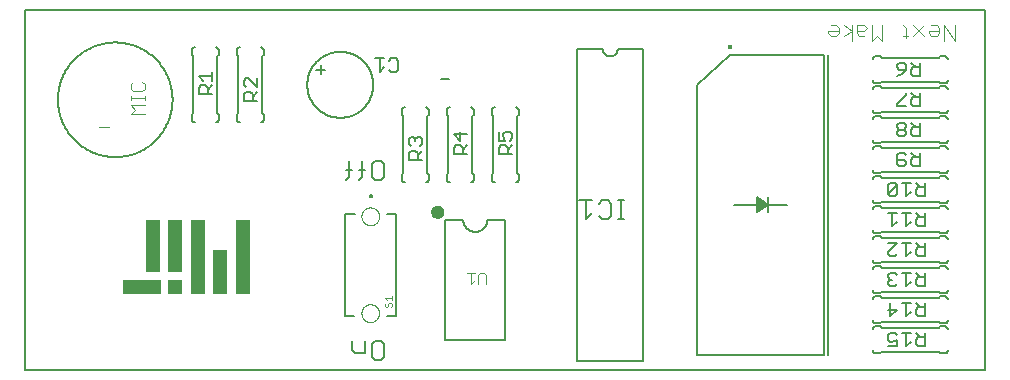
<source format=gto>
G75*
%MOIN*%
%OFA0B0*%
%FSLAX25Y25*%
%IPPOS*%
%LPD*%
%AMOC8*
5,1,8,0,0,1.08239X$1,22.5*
%
%ADD10C,0.00800*%
%ADD11R,0.05000X0.25000*%
%ADD12R,0.05000X0.15000*%
%ADD13R,0.05000X0.17500*%
%ADD14R,0.05000X0.05000*%
%ADD15R,0.12500X0.05000*%
%ADD16C,0.00400*%
%ADD17C,0.00600*%
%ADD18C,0.00500*%
%ADD19C,0.01600*%
%ADD20C,0.00700*%
%ADD21C,0.00300*%
%ADD22C,0.00787*%
%ADD23C,0.00000*%
%ADD24C,0.00200*%
D10*
X0001400Y0001400D02*
X0321400Y0001400D01*
X0321400Y0121400D01*
X0001400Y0121400D01*
X0001400Y0001400D01*
X0141400Y0011400D02*
X0161400Y0011400D01*
X0161400Y0051400D01*
X0155400Y0051400D01*
X0155398Y0051274D01*
X0155392Y0051149D01*
X0155382Y0051024D01*
X0155368Y0050899D01*
X0155351Y0050774D01*
X0155329Y0050650D01*
X0155304Y0050527D01*
X0155274Y0050405D01*
X0155241Y0050284D01*
X0155204Y0050164D01*
X0155164Y0050045D01*
X0155119Y0049928D01*
X0155071Y0049811D01*
X0155019Y0049697D01*
X0154964Y0049584D01*
X0154905Y0049473D01*
X0154843Y0049364D01*
X0154777Y0049257D01*
X0154708Y0049152D01*
X0154636Y0049049D01*
X0154561Y0048948D01*
X0154482Y0048850D01*
X0154400Y0048755D01*
X0154316Y0048662D01*
X0154228Y0048572D01*
X0154138Y0048484D01*
X0154045Y0048400D01*
X0153950Y0048318D01*
X0153852Y0048239D01*
X0153751Y0048164D01*
X0153648Y0048092D01*
X0153543Y0048023D01*
X0153436Y0047957D01*
X0153327Y0047895D01*
X0153216Y0047836D01*
X0153103Y0047781D01*
X0152989Y0047729D01*
X0152872Y0047681D01*
X0152755Y0047636D01*
X0152636Y0047596D01*
X0152516Y0047559D01*
X0152395Y0047526D01*
X0152273Y0047496D01*
X0152150Y0047471D01*
X0152026Y0047449D01*
X0151901Y0047432D01*
X0151776Y0047418D01*
X0151651Y0047408D01*
X0151526Y0047402D01*
X0151400Y0047400D01*
X0151274Y0047402D01*
X0151149Y0047408D01*
X0151024Y0047418D01*
X0150899Y0047432D01*
X0150774Y0047449D01*
X0150650Y0047471D01*
X0150527Y0047496D01*
X0150405Y0047526D01*
X0150284Y0047559D01*
X0150164Y0047596D01*
X0150045Y0047636D01*
X0149928Y0047681D01*
X0149811Y0047729D01*
X0149697Y0047781D01*
X0149584Y0047836D01*
X0149473Y0047895D01*
X0149364Y0047957D01*
X0149257Y0048023D01*
X0149152Y0048092D01*
X0149049Y0048164D01*
X0148948Y0048239D01*
X0148850Y0048318D01*
X0148755Y0048400D01*
X0148662Y0048484D01*
X0148572Y0048572D01*
X0148484Y0048662D01*
X0148400Y0048755D01*
X0148318Y0048850D01*
X0148239Y0048948D01*
X0148164Y0049049D01*
X0148092Y0049152D01*
X0148023Y0049257D01*
X0147957Y0049364D01*
X0147895Y0049473D01*
X0147836Y0049584D01*
X0147781Y0049697D01*
X0147729Y0049811D01*
X0147681Y0049928D01*
X0147636Y0050045D01*
X0147596Y0050164D01*
X0147559Y0050284D01*
X0147526Y0050405D01*
X0147496Y0050527D01*
X0147471Y0050650D01*
X0147449Y0050774D01*
X0147432Y0050899D01*
X0147418Y0051024D01*
X0147408Y0051149D01*
X0147402Y0051274D01*
X0147400Y0051400D01*
X0141400Y0051400D01*
X0141400Y0011400D01*
X0225150Y0006400D02*
X0267650Y0006400D01*
X0267650Y0106400D01*
X0236400Y0106400D01*
X0225150Y0096400D01*
X0225150Y0006400D01*
X0248900Y0053900D02*
X0248900Y0058900D01*
X0255150Y0056400D02*
X0237650Y0056400D01*
X0142700Y0098300D02*
X0140000Y0098300D01*
X0012306Y0091400D02*
X0012312Y0091869D01*
X0012329Y0092337D01*
X0012358Y0092805D01*
X0012398Y0093272D01*
X0012450Y0093737D01*
X0012513Y0094202D01*
X0012587Y0094664D01*
X0012673Y0095125D01*
X0012770Y0095584D01*
X0012878Y0096039D01*
X0012998Y0096493D01*
X0013128Y0096943D01*
X0013270Y0097389D01*
X0013422Y0097833D01*
X0013585Y0098272D01*
X0013759Y0098707D01*
X0013944Y0099138D01*
X0014139Y0099564D01*
X0014345Y0099985D01*
X0014561Y0100401D01*
X0014787Y0100811D01*
X0015023Y0101216D01*
X0015268Y0101615D01*
X0015524Y0102008D01*
X0015789Y0102394D01*
X0016064Y0102774D01*
X0016347Y0103147D01*
X0016640Y0103513D01*
X0016942Y0103872D01*
X0017252Y0104223D01*
X0017571Y0104566D01*
X0017899Y0104901D01*
X0018234Y0105229D01*
X0018577Y0105548D01*
X0018928Y0105858D01*
X0019287Y0106160D01*
X0019653Y0106453D01*
X0020026Y0106736D01*
X0020406Y0107011D01*
X0020792Y0107276D01*
X0021185Y0107532D01*
X0021584Y0107777D01*
X0021989Y0108013D01*
X0022399Y0108239D01*
X0022815Y0108455D01*
X0023236Y0108661D01*
X0023662Y0108856D01*
X0024093Y0109041D01*
X0024528Y0109215D01*
X0024967Y0109378D01*
X0025411Y0109530D01*
X0025857Y0109672D01*
X0026307Y0109802D01*
X0026761Y0109922D01*
X0027216Y0110030D01*
X0027675Y0110127D01*
X0028136Y0110213D01*
X0028598Y0110287D01*
X0029063Y0110350D01*
X0029528Y0110402D01*
X0029995Y0110442D01*
X0030463Y0110471D01*
X0030931Y0110488D01*
X0031400Y0110494D01*
X0031869Y0110488D01*
X0032337Y0110471D01*
X0032805Y0110442D01*
X0033272Y0110402D01*
X0033737Y0110350D01*
X0034202Y0110287D01*
X0034664Y0110213D01*
X0035125Y0110127D01*
X0035584Y0110030D01*
X0036039Y0109922D01*
X0036493Y0109802D01*
X0036943Y0109672D01*
X0037389Y0109530D01*
X0037833Y0109378D01*
X0038272Y0109215D01*
X0038707Y0109041D01*
X0039138Y0108856D01*
X0039564Y0108661D01*
X0039985Y0108455D01*
X0040401Y0108239D01*
X0040811Y0108013D01*
X0041216Y0107777D01*
X0041615Y0107532D01*
X0042008Y0107276D01*
X0042394Y0107011D01*
X0042774Y0106736D01*
X0043147Y0106453D01*
X0043513Y0106160D01*
X0043872Y0105858D01*
X0044223Y0105548D01*
X0044566Y0105229D01*
X0044901Y0104901D01*
X0045229Y0104566D01*
X0045548Y0104223D01*
X0045858Y0103872D01*
X0046160Y0103513D01*
X0046453Y0103147D01*
X0046736Y0102774D01*
X0047011Y0102394D01*
X0047276Y0102008D01*
X0047532Y0101615D01*
X0047777Y0101216D01*
X0048013Y0100811D01*
X0048239Y0100401D01*
X0048455Y0099985D01*
X0048661Y0099564D01*
X0048856Y0099138D01*
X0049041Y0098707D01*
X0049215Y0098272D01*
X0049378Y0097833D01*
X0049530Y0097389D01*
X0049672Y0096943D01*
X0049802Y0096493D01*
X0049922Y0096039D01*
X0050030Y0095584D01*
X0050127Y0095125D01*
X0050213Y0094664D01*
X0050287Y0094202D01*
X0050350Y0093737D01*
X0050402Y0093272D01*
X0050442Y0092805D01*
X0050471Y0092337D01*
X0050488Y0091869D01*
X0050494Y0091400D01*
X0050488Y0090931D01*
X0050471Y0090463D01*
X0050442Y0089995D01*
X0050402Y0089528D01*
X0050350Y0089063D01*
X0050287Y0088598D01*
X0050213Y0088136D01*
X0050127Y0087675D01*
X0050030Y0087216D01*
X0049922Y0086761D01*
X0049802Y0086307D01*
X0049672Y0085857D01*
X0049530Y0085411D01*
X0049378Y0084967D01*
X0049215Y0084528D01*
X0049041Y0084093D01*
X0048856Y0083662D01*
X0048661Y0083236D01*
X0048455Y0082815D01*
X0048239Y0082399D01*
X0048013Y0081989D01*
X0047777Y0081584D01*
X0047532Y0081185D01*
X0047276Y0080792D01*
X0047011Y0080406D01*
X0046736Y0080026D01*
X0046453Y0079653D01*
X0046160Y0079287D01*
X0045858Y0078928D01*
X0045548Y0078577D01*
X0045229Y0078234D01*
X0044901Y0077899D01*
X0044566Y0077571D01*
X0044223Y0077252D01*
X0043872Y0076942D01*
X0043513Y0076640D01*
X0043147Y0076347D01*
X0042774Y0076064D01*
X0042394Y0075789D01*
X0042008Y0075524D01*
X0041615Y0075268D01*
X0041216Y0075023D01*
X0040811Y0074787D01*
X0040401Y0074561D01*
X0039985Y0074345D01*
X0039564Y0074139D01*
X0039138Y0073944D01*
X0038707Y0073759D01*
X0038272Y0073585D01*
X0037833Y0073422D01*
X0037389Y0073270D01*
X0036943Y0073128D01*
X0036493Y0072998D01*
X0036039Y0072878D01*
X0035584Y0072770D01*
X0035125Y0072673D01*
X0034664Y0072587D01*
X0034202Y0072513D01*
X0033737Y0072450D01*
X0033272Y0072398D01*
X0032805Y0072358D01*
X0032337Y0072329D01*
X0031869Y0072312D01*
X0031400Y0072306D01*
X0030931Y0072312D01*
X0030463Y0072329D01*
X0029995Y0072358D01*
X0029528Y0072398D01*
X0029063Y0072450D01*
X0028598Y0072513D01*
X0028136Y0072587D01*
X0027675Y0072673D01*
X0027216Y0072770D01*
X0026761Y0072878D01*
X0026307Y0072998D01*
X0025857Y0073128D01*
X0025411Y0073270D01*
X0024967Y0073422D01*
X0024528Y0073585D01*
X0024093Y0073759D01*
X0023662Y0073944D01*
X0023236Y0074139D01*
X0022815Y0074345D01*
X0022399Y0074561D01*
X0021989Y0074787D01*
X0021584Y0075023D01*
X0021185Y0075268D01*
X0020792Y0075524D01*
X0020406Y0075789D01*
X0020026Y0076064D01*
X0019653Y0076347D01*
X0019287Y0076640D01*
X0018928Y0076942D01*
X0018577Y0077252D01*
X0018234Y0077571D01*
X0017899Y0077899D01*
X0017571Y0078234D01*
X0017252Y0078577D01*
X0016942Y0078928D01*
X0016640Y0079287D01*
X0016347Y0079653D01*
X0016064Y0080026D01*
X0015789Y0080406D01*
X0015524Y0080792D01*
X0015268Y0081185D01*
X0015023Y0081584D01*
X0014787Y0081989D01*
X0014561Y0082399D01*
X0014345Y0082815D01*
X0014139Y0083236D01*
X0013944Y0083662D01*
X0013759Y0084093D01*
X0013585Y0084528D01*
X0013422Y0084967D01*
X0013270Y0085411D01*
X0013128Y0085857D01*
X0012998Y0086307D01*
X0012878Y0086761D01*
X0012770Y0087216D01*
X0012673Y0087675D01*
X0012587Y0088136D01*
X0012513Y0088598D01*
X0012450Y0089063D01*
X0012398Y0089528D01*
X0012358Y0089995D01*
X0012329Y0090463D01*
X0012312Y0090931D01*
X0012306Y0091400D01*
D11*
X0058900Y0038900D03*
X0073900Y0038900D03*
D12*
X0066400Y0033900D03*
D13*
X0051400Y0042650D03*
X0043900Y0042650D03*
D14*
X0051400Y0028900D03*
D15*
X0040150Y0028900D03*
D16*
X0029213Y0082367D02*
X0026143Y0082367D01*
X0036596Y0086600D02*
X0038131Y0088135D01*
X0036596Y0089669D01*
X0041200Y0089669D01*
X0041200Y0091204D02*
X0041200Y0092739D01*
X0041200Y0091971D02*
X0036596Y0091971D01*
X0036596Y0091204D02*
X0036596Y0092739D01*
X0037363Y0094273D02*
X0040433Y0094273D01*
X0041200Y0095041D01*
X0041200Y0096575D01*
X0040433Y0097342D01*
X0037363Y0097342D02*
X0036596Y0096575D01*
X0036596Y0095041D01*
X0037363Y0094273D01*
X0036596Y0086600D02*
X0041200Y0086600D01*
X0269057Y0113598D02*
X0269925Y0112730D01*
X0271660Y0112730D01*
X0272527Y0113598D01*
X0272527Y0115333D01*
X0271660Y0116200D01*
X0269925Y0116200D01*
X0269057Y0114465D02*
X0272527Y0114465D01*
X0274222Y0112730D02*
X0276824Y0114465D01*
X0274222Y0116200D01*
X0276824Y0116200D02*
X0276824Y0110996D01*
X0279378Y0112730D02*
X0278511Y0113598D01*
X0278511Y0116200D01*
X0281113Y0116200D01*
X0281980Y0115333D01*
X0281113Y0114465D01*
X0278511Y0114465D01*
X0283667Y0116200D02*
X0283667Y0110996D01*
X0285402Y0112730D01*
X0287137Y0110996D01*
X0287137Y0116200D01*
X0293996Y0116200D02*
X0294863Y0115333D01*
X0294863Y0111863D01*
X0295731Y0112730D02*
X0293996Y0112730D01*
X0297418Y0112730D02*
X0300887Y0116200D01*
X0302574Y0114465D02*
X0306044Y0114465D01*
X0306044Y0113598D02*
X0306044Y0115333D01*
X0305176Y0116200D01*
X0303441Y0116200D01*
X0302574Y0114465D02*
X0302574Y0113598D01*
X0303441Y0112730D01*
X0305176Y0112730D01*
X0306044Y0113598D01*
X0300887Y0112730D02*
X0297418Y0116200D01*
X0307730Y0116200D02*
X0307730Y0110996D01*
X0311200Y0110996D02*
X0307730Y0116200D01*
X0311200Y0116200D02*
X0311200Y0110996D01*
X0281113Y0112730D02*
X0279378Y0112730D01*
X0269057Y0113598D02*
X0269057Y0114465D01*
D17*
X0284900Y0105900D02*
X0286400Y0105900D01*
X0286900Y0105400D01*
X0305900Y0105400D01*
X0306400Y0105900D01*
X0307900Y0105900D01*
X0307960Y0105898D01*
X0308021Y0105893D01*
X0308080Y0105884D01*
X0308139Y0105871D01*
X0308198Y0105855D01*
X0308255Y0105835D01*
X0308310Y0105812D01*
X0308365Y0105785D01*
X0308417Y0105756D01*
X0308468Y0105723D01*
X0308517Y0105687D01*
X0308563Y0105649D01*
X0308607Y0105607D01*
X0308649Y0105563D01*
X0308687Y0105517D01*
X0308723Y0105468D01*
X0308756Y0105417D01*
X0308785Y0105365D01*
X0308812Y0105310D01*
X0308835Y0105255D01*
X0308855Y0105198D01*
X0308871Y0105139D01*
X0308884Y0105080D01*
X0308893Y0105021D01*
X0308898Y0104960D01*
X0308900Y0104900D01*
X0308900Y0097900D02*
X0308898Y0097840D01*
X0308893Y0097779D01*
X0308884Y0097720D01*
X0308871Y0097661D01*
X0308855Y0097602D01*
X0308835Y0097545D01*
X0308812Y0097490D01*
X0308785Y0097435D01*
X0308756Y0097383D01*
X0308723Y0097332D01*
X0308687Y0097283D01*
X0308649Y0097237D01*
X0308607Y0097193D01*
X0308563Y0097151D01*
X0308517Y0097113D01*
X0308468Y0097077D01*
X0308417Y0097044D01*
X0308365Y0097015D01*
X0308310Y0096988D01*
X0308255Y0096965D01*
X0308198Y0096945D01*
X0308139Y0096929D01*
X0308080Y0096916D01*
X0308021Y0096907D01*
X0307960Y0096902D01*
X0307900Y0096900D01*
X0306400Y0096900D01*
X0305900Y0097400D01*
X0286900Y0097400D01*
X0286400Y0096900D01*
X0284900Y0096900D01*
X0284900Y0095900D02*
X0286400Y0095900D01*
X0286900Y0095400D01*
X0305900Y0095400D01*
X0306400Y0095900D01*
X0307900Y0095900D01*
X0307960Y0095898D01*
X0308021Y0095893D01*
X0308080Y0095884D01*
X0308139Y0095871D01*
X0308198Y0095855D01*
X0308255Y0095835D01*
X0308310Y0095812D01*
X0308365Y0095785D01*
X0308417Y0095756D01*
X0308468Y0095723D01*
X0308517Y0095687D01*
X0308563Y0095649D01*
X0308607Y0095607D01*
X0308649Y0095563D01*
X0308687Y0095517D01*
X0308723Y0095468D01*
X0308756Y0095417D01*
X0308785Y0095365D01*
X0308812Y0095310D01*
X0308835Y0095255D01*
X0308855Y0095198D01*
X0308871Y0095139D01*
X0308884Y0095080D01*
X0308893Y0095021D01*
X0308898Y0094960D01*
X0308900Y0094900D01*
X0308900Y0087900D02*
X0308898Y0087840D01*
X0308893Y0087779D01*
X0308884Y0087720D01*
X0308871Y0087661D01*
X0308855Y0087602D01*
X0308835Y0087545D01*
X0308812Y0087490D01*
X0308785Y0087435D01*
X0308756Y0087383D01*
X0308723Y0087332D01*
X0308687Y0087283D01*
X0308649Y0087237D01*
X0308607Y0087193D01*
X0308563Y0087151D01*
X0308517Y0087113D01*
X0308468Y0087077D01*
X0308417Y0087044D01*
X0308365Y0087015D01*
X0308310Y0086988D01*
X0308255Y0086965D01*
X0308198Y0086945D01*
X0308139Y0086929D01*
X0308080Y0086916D01*
X0308021Y0086907D01*
X0307960Y0086902D01*
X0307900Y0086900D01*
X0306400Y0086900D01*
X0305900Y0087400D01*
X0286900Y0087400D01*
X0286400Y0086900D01*
X0284900Y0086900D01*
X0284900Y0085900D02*
X0286400Y0085900D01*
X0286900Y0085400D01*
X0305900Y0085400D01*
X0306400Y0085900D01*
X0307900Y0085900D01*
X0307960Y0085898D01*
X0308021Y0085893D01*
X0308080Y0085884D01*
X0308139Y0085871D01*
X0308198Y0085855D01*
X0308255Y0085835D01*
X0308310Y0085812D01*
X0308365Y0085785D01*
X0308417Y0085756D01*
X0308468Y0085723D01*
X0308517Y0085687D01*
X0308563Y0085649D01*
X0308607Y0085607D01*
X0308649Y0085563D01*
X0308687Y0085517D01*
X0308723Y0085468D01*
X0308756Y0085417D01*
X0308785Y0085365D01*
X0308812Y0085310D01*
X0308835Y0085255D01*
X0308855Y0085198D01*
X0308871Y0085139D01*
X0308884Y0085080D01*
X0308893Y0085021D01*
X0308898Y0084960D01*
X0308900Y0084900D01*
X0308900Y0077900D02*
X0308898Y0077840D01*
X0308893Y0077779D01*
X0308884Y0077720D01*
X0308871Y0077661D01*
X0308855Y0077602D01*
X0308835Y0077545D01*
X0308812Y0077490D01*
X0308785Y0077435D01*
X0308756Y0077383D01*
X0308723Y0077332D01*
X0308687Y0077283D01*
X0308649Y0077237D01*
X0308607Y0077193D01*
X0308563Y0077151D01*
X0308517Y0077113D01*
X0308468Y0077077D01*
X0308417Y0077044D01*
X0308365Y0077015D01*
X0308310Y0076988D01*
X0308255Y0076965D01*
X0308198Y0076945D01*
X0308139Y0076929D01*
X0308080Y0076916D01*
X0308021Y0076907D01*
X0307960Y0076902D01*
X0307900Y0076900D01*
X0306400Y0076900D01*
X0305900Y0077400D01*
X0286900Y0077400D01*
X0286400Y0076900D01*
X0284900Y0076900D01*
X0284900Y0075900D02*
X0286400Y0075900D01*
X0286900Y0075400D01*
X0305900Y0075400D01*
X0306400Y0075900D01*
X0307900Y0075900D01*
X0307960Y0075898D01*
X0308021Y0075893D01*
X0308080Y0075884D01*
X0308139Y0075871D01*
X0308198Y0075855D01*
X0308255Y0075835D01*
X0308310Y0075812D01*
X0308365Y0075785D01*
X0308417Y0075756D01*
X0308468Y0075723D01*
X0308517Y0075687D01*
X0308563Y0075649D01*
X0308607Y0075607D01*
X0308649Y0075563D01*
X0308687Y0075517D01*
X0308723Y0075468D01*
X0308756Y0075417D01*
X0308785Y0075365D01*
X0308812Y0075310D01*
X0308835Y0075255D01*
X0308855Y0075198D01*
X0308871Y0075139D01*
X0308884Y0075080D01*
X0308893Y0075021D01*
X0308898Y0074960D01*
X0308900Y0074900D01*
X0308900Y0067900D02*
X0308898Y0067840D01*
X0308893Y0067779D01*
X0308884Y0067720D01*
X0308871Y0067661D01*
X0308855Y0067602D01*
X0308835Y0067545D01*
X0308812Y0067490D01*
X0308785Y0067435D01*
X0308756Y0067383D01*
X0308723Y0067332D01*
X0308687Y0067283D01*
X0308649Y0067237D01*
X0308607Y0067193D01*
X0308563Y0067151D01*
X0308517Y0067113D01*
X0308468Y0067077D01*
X0308417Y0067044D01*
X0308365Y0067015D01*
X0308310Y0066988D01*
X0308255Y0066965D01*
X0308198Y0066945D01*
X0308139Y0066929D01*
X0308080Y0066916D01*
X0308021Y0066907D01*
X0307960Y0066902D01*
X0307900Y0066900D01*
X0306400Y0066900D01*
X0305900Y0067400D01*
X0286900Y0067400D01*
X0286400Y0066900D01*
X0284900Y0066900D01*
X0284900Y0065900D02*
X0286400Y0065900D01*
X0286900Y0065400D01*
X0305900Y0065400D01*
X0306400Y0065900D01*
X0307900Y0065900D01*
X0307960Y0065898D01*
X0308021Y0065893D01*
X0308080Y0065884D01*
X0308139Y0065871D01*
X0308198Y0065855D01*
X0308255Y0065835D01*
X0308310Y0065812D01*
X0308365Y0065785D01*
X0308417Y0065756D01*
X0308468Y0065723D01*
X0308517Y0065687D01*
X0308563Y0065649D01*
X0308607Y0065607D01*
X0308649Y0065563D01*
X0308687Y0065517D01*
X0308723Y0065468D01*
X0308756Y0065417D01*
X0308785Y0065365D01*
X0308812Y0065310D01*
X0308835Y0065255D01*
X0308855Y0065198D01*
X0308871Y0065139D01*
X0308884Y0065080D01*
X0308893Y0065021D01*
X0308898Y0064960D01*
X0308900Y0064900D01*
X0308900Y0057900D02*
X0308898Y0057840D01*
X0308893Y0057779D01*
X0308884Y0057720D01*
X0308871Y0057661D01*
X0308855Y0057602D01*
X0308835Y0057545D01*
X0308812Y0057490D01*
X0308785Y0057435D01*
X0308756Y0057383D01*
X0308723Y0057332D01*
X0308687Y0057283D01*
X0308649Y0057237D01*
X0308607Y0057193D01*
X0308563Y0057151D01*
X0308517Y0057113D01*
X0308468Y0057077D01*
X0308417Y0057044D01*
X0308365Y0057015D01*
X0308310Y0056988D01*
X0308255Y0056965D01*
X0308198Y0056945D01*
X0308139Y0056929D01*
X0308080Y0056916D01*
X0308021Y0056907D01*
X0307960Y0056902D01*
X0307900Y0056900D01*
X0306400Y0056900D01*
X0305900Y0057400D01*
X0286900Y0057400D01*
X0286400Y0056900D01*
X0284900Y0056900D01*
X0284900Y0055900D02*
X0286400Y0055900D01*
X0286900Y0055400D01*
X0305900Y0055400D01*
X0306400Y0055900D01*
X0307900Y0055900D01*
X0307960Y0055898D01*
X0308021Y0055893D01*
X0308080Y0055884D01*
X0308139Y0055871D01*
X0308198Y0055855D01*
X0308255Y0055835D01*
X0308310Y0055812D01*
X0308365Y0055785D01*
X0308417Y0055756D01*
X0308468Y0055723D01*
X0308517Y0055687D01*
X0308563Y0055649D01*
X0308607Y0055607D01*
X0308649Y0055563D01*
X0308687Y0055517D01*
X0308723Y0055468D01*
X0308756Y0055417D01*
X0308785Y0055365D01*
X0308812Y0055310D01*
X0308835Y0055255D01*
X0308855Y0055198D01*
X0308871Y0055139D01*
X0308884Y0055080D01*
X0308893Y0055021D01*
X0308898Y0054960D01*
X0308900Y0054900D01*
X0308900Y0047900D02*
X0308898Y0047840D01*
X0308893Y0047779D01*
X0308884Y0047720D01*
X0308871Y0047661D01*
X0308855Y0047602D01*
X0308835Y0047545D01*
X0308812Y0047490D01*
X0308785Y0047435D01*
X0308756Y0047383D01*
X0308723Y0047332D01*
X0308687Y0047283D01*
X0308649Y0047237D01*
X0308607Y0047193D01*
X0308563Y0047151D01*
X0308517Y0047113D01*
X0308468Y0047077D01*
X0308417Y0047044D01*
X0308365Y0047015D01*
X0308310Y0046988D01*
X0308255Y0046965D01*
X0308198Y0046945D01*
X0308139Y0046929D01*
X0308080Y0046916D01*
X0308021Y0046907D01*
X0307960Y0046902D01*
X0307900Y0046900D01*
X0306400Y0046900D01*
X0305900Y0047400D01*
X0286900Y0047400D01*
X0286400Y0046900D01*
X0284900Y0046900D01*
X0284900Y0045900D02*
X0286400Y0045900D01*
X0286900Y0045400D01*
X0305900Y0045400D01*
X0306400Y0045900D01*
X0307900Y0045900D01*
X0307960Y0045898D01*
X0308021Y0045893D01*
X0308080Y0045884D01*
X0308139Y0045871D01*
X0308198Y0045855D01*
X0308255Y0045835D01*
X0308310Y0045812D01*
X0308365Y0045785D01*
X0308417Y0045756D01*
X0308468Y0045723D01*
X0308517Y0045687D01*
X0308563Y0045649D01*
X0308607Y0045607D01*
X0308649Y0045563D01*
X0308687Y0045517D01*
X0308723Y0045468D01*
X0308756Y0045417D01*
X0308785Y0045365D01*
X0308812Y0045310D01*
X0308835Y0045255D01*
X0308855Y0045198D01*
X0308871Y0045139D01*
X0308884Y0045080D01*
X0308893Y0045021D01*
X0308898Y0044960D01*
X0308900Y0044900D01*
X0308900Y0037900D02*
X0308898Y0037840D01*
X0308893Y0037779D01*
X0308884Y0037720D01*
X0308871Y0037661D01*
X0308855Y0037602D01*
X0308835Y0037545D01*
X0308812Y0037490D01*
X0308785Y0037435D01*
X0308756Y0037383D01*
X0308723Y0037332D01*
X0308687Y0037283D01*
X0308649Y0037237D01*
X0308607Y0037193D01*
X0308563Y0037151D01*
X0308517Y0037113D01*
X0308468Y0037077D01*
X0308417Y0037044D01*
X0308365Y0037015D01*
X0308310Y0036988D01*
X0308255Y0036965D01*
X0308198Y0036945D01*
X0308139Y0036929D01*
X0308080Y0036916D01*
X0308021Y0036907D01*
X0307960Y0036902D01*
X0307900Y0036900D01*
X0306400Y0036900D01*
X0305900Y0037400D01*
X0286900Y0037400D01*
X0286400Y0036900D01*
X0284900Y0036900D01*
X0284840Y0036902D01*
X0284779Y0036907D01*
X0284720Y0036916D01*
X0284661Y0036929D01*
X0284602Y0036945D01*
X0284545Y0036965D01*
X0284490Y0036988D01*
X0284435Y0037015D01*
X0284383Y0037044D01*
X0284332Y0037077D01*
X0284283Y0037113D01*
X0284237Y0037151D01*
X0284193Y0037193D01*
X0284151Y0037237D01*
X0284113Y0037283D01*
X0284077Y0037332D01*
X0284044Y0037383D01*
X0284015Y0037435D01*
X0283988Y0037490D01*
X0283965Y0037545D01*
X0283945Y0037602D01*
X0283929Y0037661D01*
X0283916Y0037720D01*
X0283907Y0037779D01*
X0283902Y0037840D01*
X0283900Y0037900D01*
X0284900Y0035900D02*
X0286400Y0035900D01*
X0286900Y0035400D01*
X0305900Y0035400D01*
X0306400Y0035900D01*
X0307900Y0035900D01*
X0307960Y0035898D01*
X0308021Y0035893D01*
X0308080Y0035884D01*
X0308139Y0035871D01*
X0308198Y0035855D01*
X0308255Y0035835D01*
X0308310Y0035812D01*
X0308365Y0035785D01*
X0308417Y0035756D01*
X0308468Y0035723D01*
X0308517Y0035687D01*
X0308563Y0035649D01*
X0308607Y0035607D01*
X0308649Y0035563D01*
X0308687Y0035517D01*
X0308723Y0035468D01*
X0308756Y0035417D01*
X0308785Y0035365D01*
X0308812Y0035310D01*
X0308835Y0035255D01*
X0308855Y0035198D01*
X0308871Y0035139D01*
X0308884Y0035080D01*
X0308893Y0035021D01*
X0308898Y0034960D01*
X0308900Y0034900D01*
X0308900Y0027900D02*
X0308898Y0027840D01*
X0308893Y0027779D01*
X0308884Y0027720D01*
X0308871Y0027661D01*
X0308855Y0027602D01*
X0308835Y0027545D01*
X0308812Y0027490D01*
X0308785Y0027435D01*
X0308756Y0027383D01*
X0308723Y0027332D01*
X0308687Y0027283D01*
X0308649Y0027237D01*
X0308607Y0027193D01*
X0308563Y0027151D01*
X0308517Y0027113D01*
X0308468Y0027077D01*
X0308417Y0027044D01*
X0308365Y0027015D01*
X0308310Y0026988D01*
X0308255Y0026965D01*
X0308198Y0026945D01*
X0308139Y0026929D01*
X0308080Y0026916D01*
X0308021Y0026907D01*
X0307960Y0026902D01*
X0307900Y0026900D01*
X0306400Y0026900D01*
X0305900Y0027400D01*
X0286900Y0027400D01*
X0286400Y0026900D01*
X0284900Y0026900D01*
X0284900Y0025900D02*
X0286400Y0025900D01*
X0286900Y0025400D01*
X0305900Y0025400D01*
X0306400Y0025900D01*
X0307900Y0025900D01*
X0307960Y0025898D01*
X0308021Y0025893D01*
X0308080Y0025884D01*
X0308139Y0025871D01*
X0308198Y0025855D01*
X0308255Y0025835D01*
X0308310Y0025812D01*
X0308365Y0025785D01*
X0308417Y0025756D01*
X0308468Y0025723D01*
X0308517Y0025687D01*
X0308563Y0025649D01*
X0308607Y0025607D01*
X0308649Y0025563D01*
X0308687Y0025517D01*
X0308723Y0025468D01*
X0308756Y0025417D01*
X0308785Y0025365D01*
X0308812Y0025310D01*
X0308835Y0025255D01*
X0308855Y0025198D01*
X0308871Y0025139D01*
X0308884Y0025080D01*
X0308893Y0025021D01*
X0308898Y0024960D01*
X0308900Y0024900D01*
X0308900Y0017900D02*
X0308898Y0017840D01*
X0308893Y0017779D01*
X0308884Y0017720D01*
X0308871Y0017661D01*
X0308855Y0017602D01*
X0308835Y0017545D01*
X0308812Y0017490D01*
X0308785Y0017435D01*
X0308756Y0017383D01*
X0308723Y0017332D01*
X0308687Y0017283D01*
X0308649Y0017237D01*
X0308607Y0017193D01*
X0308563Y0017151D01*
X0308517Y0017113D01*
X0308468Y0017077D01*
X0308417Y0017044D01*
X0308365Y0017015D01*
X0308310Y0016988D01*
X0308255Y0016965D01*
X0308198Y0016945D01*
X0308139Y0016929D01*
X0308080Y0016916D01*
X0308021Y0016907D01*
X0307960Y0016902D01*
X0307900Y0016900D01*
X0306400Y0016900D01*
X0305900Y0017400D01*
X0286900Y0017400D01*
X0286400Y0016900D01*
X0284900Y0016900D01*
X0284900Y0015900D02*
X0286400Y0015900D01*
X0286900Y0015400D01*
X0305900Y0015400D01*
X0306400Y0015900D01*
X0307900Y0015900D01*
X0307960Y0015898D01*
X0308021Y0015893D01*
X0308080Y0015884D01*
X0308139Y0015871D01*
X0308198Y0015855D01*
X0308255Y0015835D01*
X0308310Y0015812D01*
X0308365Y0015785D01*
X0308417Y0015756D01*
X0308468Y0015723D01*
X0308517Y0015687D01*
X0308563Y0015649D01*
X0308607Y0015607D01*
X0308649Y0015563D01*
X0308687Y0015517D01*
X0308723Y0015468D01*
X0308756Y0015417D01*
X0308785Y0015365D01*
X0308812Y0015310D01*
X0308835Y0015255D01*
X0308855Y0015198D01*
X0308871Y0015139D01*
X0308884Y0015080D01*
X0308893Y0015021D01*
X0308898Y0014960D01*
X0308900Y0014900D01*
X0308900Y0007900D02*
X0308898Y0007840D01*
X0308893Y0007779D01*
X0308884Y0007720D01*
X0308871Y0007661D01*
X0308855Y0007602D01*
X0308835Y0007545D01*
X0308812Y0007490D01*
X0308785Y0007435D01*
X0308756Y0007383D01*
X0308723Y0007332D01*
X0308687Y0007283D01*
X0308649Y0007237D01*
X0308607Y0007193D01*
X0308563Y0007151D01*
X0308517Y0007113D01*
X0308468Y0007077D01*
X0308417Y0007044D01*
X0308365Y0007015D01*
X0308310Y0006988D01*
X0308255Y0006965D01*
X0308198Y0006945D01*
X0308139Y0006929D01*
X0308080Y0006916D01*
X0308021Y0006907D01*
X0307960Y0006902D01*
X0307900Y0006900D01*
X0306400Y0006900D01*
X0305900Y0007400D01*
X0286900Y0007400D01*
X0286400Y0006900D01*
X0284900Y0006900D01*
X0284840Y0006902D01*
X0284779Y0006907D01*
X0284720Y0006916D01*
X0284661Y0006929D01*
X0284602Y0006945D01*
X0284545Y0006965D01*
X0284490Y0006988D01*
X0284435Y0007015D01*
X0284383Y0007044D01*
X0284332Y0007077D01*
X0284283Y0007113D01*
X0284237Y0007151D01*
X0284193Y0007193D01*
X0284151Y0007237D01*
X0284113Y0007283D01*
X0284077Y0007332D01*
X0284044Y0007383D01*
X0284015Y0007435D01*
X0283988Y0007490D01*
X0283965Y0007545D01*
X0283945Y0007602D01*
X0283929Y0007661D01*
X0283916Y0007720D01*
X0283907Y0007779D01*
X0283902Y0007840D01*
X0283900Y0007900D01*
X0283900Y0014900D02*
X0283902Y0014960D01*
X0283907Y0015021D01*
X0283916Y0015080D01*
X0283929Y0015139D01*
X0283945Y0015198D01*
X0283965Y0015255D01*
X0283988Y0015310D01*
X0284015Y0015365D01*
X0284044Y0015417D01*
X0284077Y0015468D01*
X0284113Y0015517D01*
X0284151Y0015563D01*
X0284193Y0015607D01*
X0284237Y0015649D01*
X0284283Y0015687D01*
X0284332Y0015723D01*
X0284383Y0015756D01*
X0284435Y0015785D01*
X0284490Y0015812D01*
X0284545Y0015835D01*
X0284602Y0015855D01*
X0284661Y0015871D01*
X0284720Y0015884D01*
X0284779Y0015893D01*
X0284840Y0015898D01*
X0284900Y0015900D01*
X0284900Y0016900D02*
X0284840Y0016902D01*
X0284779Y0016907D01*
X0284720Y0016916D01*
X0284661Y0016929D01*
X0284602Y0016945D01*
X0284545Y0016965D01*
X0284490Y0016988D01*
X0284435Y0017015D01*
X0284383Y0017044D01*
X0284332Y0017077D01*
X0284283Y0017113D01*
X0284237Y0017151D01*
X0284193Y0017193D01*
X0284151Y0017237D01*
X0284113Y0017283D01*
X0284077Y0017332D01*
X0284044Y0017383D01*
X0284015Y0017435D01*
X0283988Y0017490D01*
X0283965Y0017545D01*
X0283945Y0017602D01*
X0283929Y0017661D01*
X0283916Y0017720D01*
X0283907Y0017779D01*
X0283902Y0017840D01*
X0283900Y0017900D01*
X0283900Y0024900D02*
X0283902Y0024960D01*
X0283907Y0025021D01*
X0283916Y0025080D01*
X0283929Y0025139D01*
X0283945Y0025198D01*
X0283965Y0025255D01*
X0283988Y0025310D01*
X0284015Y0025365D01*
X0284044Y0025417D01*
X0284077Y0025468D01*
X0284113Y0025517D01*
X0284151Y0025563D01*
X0284193Y0025607D01*
X0284237Y0025649D01*
X0284283Y0025687D01*
X0284332Y0025723D01*
X0284383Y0025756D01*
X0284435Y0025785D01*
X0284490Y0025812D01*
X0284545Y0025835D01*
X0284602Y0025855D01*
X0284661Y0025871D01*
X0284720Y0025884D01*
X0284779Y0025893D01*
X0284840Y0025898D01*
X0284900Y0025900D01*
X0284900Y0026900D02*
X0284840Y0026902D01*
X0284779Y0026907D01*
X0284720Y0026916D01*
X0284661Y0026929D01*
X0284602Y0026945D01*
X0284545Y0026965D01*
X0284490Y0026988D01*
X0284435Y0027015D01*
X0284383Y0027044D01*
X0284332Y0027077D01*
X0284283Y0027113D01*
X0284237Y0027151D01*
X0284193Y0027193D01*
X0284151Y0027237D01*
X0284113Y0027283D01*
X0284077Y0027332D01*
X0284044Y0027383D01*
X0284015Y0027435D01*
X0283988Y0027490D01*
X0283965Y0027545D01*
X0283945Y0027602D01*
X0283929Y0027661D01*
X0283916Y0027720D01*
X0283907Y0027779D01*
X0283902Y0027840D01*
X0283900Y0027900D01*
X0283900Y0034900D02*
X0283902Y0034960D01*
X0283907Y0035021D01*
X0283916Y0035080D01*
X0283929Y0035139D01*
X0283945Y0035198D01*
X0283965Y0035255D01*
X0283988Y0035310D01*
X0284015Y0035365D01*
X0284044Y0035417D01*
X0284077Y0035468D01*
X0284113Y0035517D01*
X0284151Y0035563D01*
X0284193Y0035607D01*
X0284237Y0035649D01*
X0284283Y0035687D01*
X0284332Y0035723D01*
X0284383Y0035756D01*
X0284435Y0035785D01*
X0284490Y0035812D01*
X0284545Y0035835D01*
X0284602Y0035855D01*
X0284661Y0035871D01*
X0284720Y0035884D01*
X0284779Y0035893D01*
X0284840Y0035898D01*
X0284900Y0035900D01*
X0283900Y0044900D02*
X0283902Y0044960D01*
X0283907Y0045021D01*
X0283916Y0045080D01*
X0283929Y0045139D01*
X0283945Y0045198D01*
X0283965Y0045255D01*
X0283988Y0045310D01*
X0284015Y0045365D01*
X0284044Y0045417D01*
X0284077Y0045468D01*
X0284113Y0045517D01*
X0284151Y0045563D01*
X0284193Y0045607D01*
X0284237Y0045649D01*
X0284283Y0045687D01*
X0284332Y0045723D01*
X0284383Y0045756D01*
X0284435Y0045785D01*
X0284490Y0045812D01*
X0284545Y0045835D01*
X0284602Y0045855D01*
X0284661Y0045871D01*
X0284720Y0045884D01*
X0284779Y0045893D01*
X0284840Y0045898D01*
X0284900Y0045900D01*
X0284900Y0046900D02*
X0284840Y0046902D01*
X0284779Y0046907D01*
X0284720Y0046916D01*
X0284661Y0046929D01*
X0284602Y0046945D01*
X0284545Y0046965D01*
X0284490Y0046988D01*
X0284435Y0047015D01*
X0284383Y0047044D01*
X0284332Y0047077D01*
X0284283Y0047113D01*
X0284237Y0047151D01*
X0284193Y0047193D01*
X0284151Y0047237D01*
X0284113Y0047283D01*
X0284077Y0047332D01*
X0284044Y0047383D01*
X0284015Y0047435D01*
X0283988Y0047490D01*
X0283965Y0047545D01*
X0283945Y0047602D01*
X0283929Y0047661D01*
X0283916Y0047720D01*
X0283907Y0047779D01*
X0283902Y0047840D01*
X0283900Y0047900D01*
X0283900Y0054900D02*
X0283902Y0054960D01*
X0283907Y0055021D01*
X0283916Y0055080D01*
X0283929Y0055139D01*
X0283945Y0055198D01*
X0283965Y0055255D01*
X0283988Y0055310D01*
X0284015Y0055365D01*
X0284044Y0055417D01*
X0284077Y0055468D01*
X0284113Y0055517D01*
X0284151Y0055563D01*
X0284193Y0055607D01*
X0284237Y0055649D01*
X0284283Y0055687D01*
X0284332Y0055723D01*
X0284383Y0055756D01*
X0284435Y0055785D01*
X0284490Y0055812D01*
X0284545Y0055835D01*
X0284602Y0055855D01*
X0284661Y0055871D01*
X0284720Y0055884D01*
X0284779Y0055893D01*
X0284840Y0055898D01*
X0284900Y0055900D01*
X0284900Y0056900D02*
X0284840Y0056902D01*
X0284779Y0056907D01*
X0284720Y0056916D01*
X0284661Y0056929D01*
X0284602Y0056945D01*
X0284545Y0056965D01*
X0284490Y0056988D01*
X0284435Y0057015D01*
X0284383Y0057044D01*
X0284332Y0057077D01*
X0284283Y0057113D01*
X0284237Y0057151D01*
X0284193Y0057193D01*
X0284151Y0057237D01*
X0284113Y0057283D01*
X0284077Y0057332D01*
X0284044Y0057383D01*
X0284015Y0057435D01*
X0283988Y0057490D01*
X0283965Y0057545D01*
X0283945Y0057602D01*
X0283929Y0057661D01*
X0283916Y0057720D01*
X0283907Y0057779D01*
X0283902Y0057840D01*
X0283900Y0057900D01*
X0283900Y0064900D02*
X0283902Y0064960D01*
X0283907Y0065021D01*
X0283916Y0065080D01*
X0283929Y0065139D01*
X0283945Y0065198D01*
X0283965Y0065255D01*
X0283988Y0065310D01*
X0284015Y0065365D01*
X0284044Y0065417D01*
X0284077Y0065468D01*
X0284113Y0065517D01*
X0284151Y0065563D01*
X0284193Y0065607D01*
X0284237Y0065649D01*
X0284283Y0065687D01*
X0284332Y0065723D01*
X0284383Y0065756D01*
X0284435Y0065785D01*
X0284490Y0065812D01*
X0284545Y0065835D01*
X0284602Y0065855D01*
X0284661Y0065871D01*
X0284720Y0065884D01*
X0284779Y0065893D01*
X0284840Y0065898D01*
X0284900Y0065900D01*
X0284900Y0066900D02*
X0284840Y0066902D01*
X0284779Y0066907D01*
X0284720Y0066916D01*
X0284661Y0066929D01*
X0284602Y0066945D01*
X0284545Y0066965D01*
X0284490Y0066988D01*
X0284435Y0067015D01*
X0284383Y0067044D01*
X0284332Y0067077D01*
X0284283Y0067113D01*
X0284237Y0067151D01*
X0284193Y0067193D01*
X0284151Y0067237D01*
X0284113Y0067283D01*
X0284077Y0067332D01*
X0284044Y0067383D01*
X0284015Y0067435D01*
X0283988Y0067490D01*
X0283965Y0067545D01*
X0283945Y0067602D01*
X0283929Y0067661D01*
X0283916Y0067720D01*
X0283907Y0067779D01*
X0283902Y0067840D01*
X0283900Y0067900D01*
X0283900Y0074900D02*
X0283902Y0074960D01*
X0283907Y0075021D01*
X0283916Y0075080D01*
X0283929Y0075139D01*
X0283945Y0075198D01*
X0283965Y0075255D01*
X0283988Y0075310D01*
X0284015Y0075365D01*
X0284044Y0075417D01*
X0284077Y0075468D01*
X0284113Y0075517D01*
X0284151Y0075563D01*
X0284193Y0075607D01*
X0284237Y0075649D01*
X0284283Y0075687D01*
X0284332Y0075723D01*
X0284383Y0075756D01*
X0284435Y0075785D01*
X0284490Y0075812D01*
X0284545Y0075835D01*
X0284602Y0075855D01*
X0284661Y0075871D01*
X0284720Y0075884D01*
X0284779Y0075893D01*
X0284840Y0075898D01*
X0284900Y0075900D01*
X0284900Y0076900D02*
X0284840Y0076902D01*
X0284779Y0076907D01*
X0284720Y0076916D01*
X0284661Y0076929D01*
X0284602Y0076945D01*
X0284545Y0076965D01*
X0284490Y0076988D01*
X0284435Y0077015D01*
X0284383Y0077044D01*
X0284332Y0077077D01*
X0284283Y0077113D01*
X0284237Y0077151D01*
X0284193Y0077193D01*
X0284151Y0077237D01*
X0284113Y0077283D01*
X0284077Y0077332D01*
X0284044Y0077383D01*
X0284015Y0077435D01*
X0283988Y0077490D01*
X0283965Y0077545D01*
X0283945Y0077602D01*
X0283929Y0077661D01*
X0283916Y0077720D01*
X0283907Y0077779D01*
X0283902Y0077840D01*
X0283900Y0077900D01*
X0283900Y0084900D02*
X0283902Y0084960D01*
X0283907Y0085021D01*
X0283916Y0085080D01*
X0283929Y0085139D01*
X0283945Y0085198D01*
X0283965Y0085255D01*
X0283988Y0085310D01*
X0284015Y0085365D01*
X0284044Y0085417D01*
X0284077Y0085468D01*
X0284113Y0085517D01*
X0284151Y0085563D01*
X0284193Y0085607D01*
X0284237Y0085649D01*
X0284283Y0085687D01*
X0284332Y0085723D01*
X0284383Y0085756D01*
X0284435Y0085785D01*
X0284490Y0085812D01*
X0284545Y0085835D01*
X0284602Y0085855D01*
X0284661Y0085871D01*
X0284720Y0085884D01*
X0284779Y0085893D01*
X0284840Y0085898D01*
X0284900Y0085900D01*
X0284900Y0086900D02*
X0284840Y0086902D01*
X0284779Y0086907D01*
X0284720Y0086916D01*
X0284661Y0086929D01*
X0284602Y0086945D01*
X0284545Y0086965D01*
X0284490Y0086988D01*
X0284435Y0087015D01*
X0284383Y0087044D01*
X0284332Y0087077D01*
X0284283Y0087113D01*
X0284237Y0087151D01*
X0284193Y0087193D01*
X0284151Y0087237D01*
X0284113Y0087283D01*
X0284077Y0087332D01*
X0284044Y0087383D01*
X0284015Y0087435D01*
X0283988Y0087490D01*
X0283965Y0087545D01*
X0283945Y0087602D01*
X0283929Y0087661D01*
X0283916Y0087720D01*
X0283907Y0087779D01*
X0283902Y0087840D01*
X0283900Y0087900D01*
X0283900Y0094900D02*
X0283902Y0094960D01*
X0283907Y0095021D01*
X0283916Y0095080D01*
X0283929Y0095139D01*
X0283945Y0095198D01*
X0283965Y0095255D01*
X0283988Y0095310D01*
X0284015Y0095365D01*
X0284044Y0095417D01*
X0284077Y0095468D01*
X0284113Y0095517D01*
X0284151Y0095563D01*
X0284193Y0095607D01*
X0284237Y0095649D01*
X0284283Y0095687D01*
X0284332Y0095723D01*
X0284383Y0095756D01*
X0284435Y0095785D01*
X0284490Y0095812D01*
X0284545Y0095835D01*
X0284602Y0095855D01*
X0284661Y0095871D01*
X0284720Y0095884D01*
X0284779Y0095893D01*
X0284840Y0095898D01*
X0284900Y0095900D01*
X0284900Y0096900D02*
X0284840Y0096902D01*
X0284779Y0096907D01*
X0284720Y0096916D01*
X0284661Y0096929D01*
X0284602Y0096945D01*
X0284545Y0096965D01*
X0284490Y0096988D01*
X0284435Y0097015D01*
X0284383Y0097044D01*
X0284332Y0097077D01*
X0284283Y0097113D01*
X0284237Y0097151D01*
X0284193Y0097193D01*
X0284151Y0097237D01*
X0284113Y0097283D01*
X0284077Y0097332D01*
X0284044Y0097383D01*
X0284015Y0097435D01*
X0283988Y0097490D01*
X0283965Y0097545D01*
X0283945Y0097602D01*
X0283929Y0097661D01*
X0283916Y0097720D01*
X0283907Y0097779D01*
X0283902Y0097840D01*
X0283900Y0097900D01*
X0283900Y0104900D02*
X0283902Y0104960D01*
X0283907Y0105021D01*
X0283916Y0105080D01*
X0283929Y0105139D01*
X0283945Y0105198D01*
X0283965Y0105255D01*
X0283988Y0105310D01*
X0284015Y0105365D01*
X0284044Y0105417D01*
X0284077Y0105468D01*
X0284113Y0105517D01*
X0284151Y0105563D01*
X0284193Y0105607D01*
X0284237Y0105649D01*
X0284283Y0105687D01*
X0284332Y0105723D01*
X0284383Y0105756D01*
X0284435Y0105785D01*
X0284490Y0105812D01*
X0284545Y0105835D01*
X0284602Y0105855D01*
X0284661Y0105871D01*
X0284720Y0105884D01*
X0284779Y0105893D01*
X0284840Y0105898D01*
X0284900Y0105900D01*
X0207400Y0108400D02*
X0207400Y0004400D01*
X0185400Y0004400D01*
X0185400Y0108400D01*
X0193900Y0108400D01*
X0193902Y0108302D01*
X0193908Y0108204D01*
X0193917Y0108106D01*
X0193931Y0108009D01*
X0193948Y0107912D01*
X0193969Y0107816D01*
X0193994Y0107721D01*
X0194022Y0107627D01*
X0194055Y0107535D01*
X0194090Y0107443D01*
X0194130Y0107353D01*
X0194172Y0107265D01*
X0194219Y0107178D01*
X0194268Y0107094D01*
X0194321Y0107011D01*
X0194377Y0106931D01*
X0194437Y0106852D01*
X0194499Y0106776D01*
X0194564Y0106703D01*
X0194632Y0106632D01*
X0194703Y0106564D01*
X0194776Y0106499D01*
X0194852Y0106437D01*
X0194931Y0106377D01*
X0195011Y0106321D01*
X0195094Y0106268D01*
X0195178Y0106219D01*
X0195265Y0106172D01*
X0195353Y0106130D01*
X0195443Y0106090D01*
X0195535Y0106055D01*
X0195627Y0106022D01*
X0195721Y0105994D01*
X0195816Y0105969D01*
X0195912Y0105948D01*
X0196009Y0105931D01*
X0196106Y0105917D01*
X0196204Y0105908D01*
X0196302Y0105902D01*
X0196400Y0105900D01*
X0196498Y0105902D01*
X0196596Y0105908D01*
X0196694Y0105917D01*
X0196791Y0105931D01*
X0196888Y0105948D01*
X0196984Y0105969D01*
X0197079Y0105994D01*
X0197173Y0106022D01*
X0197265Y0106055D01*
X0197357Y0106090D01*
X0197447Y0106130D01*
X0197535Y0106172D01*
X0197622Y0106219D01*
X0197706Y0106268D01*
X0197789Y0106321D01*
X0197869Y0106377D01*
X0197948Y0106437D01*
X0198024Y0106499D01*
X0198097Y0106564D01*
X0198168Y0106632D01*
X0198236Y0106703D01*
X0198301Y0106776D01*
X0198363Y0106852D01*
X0198423Y0106931D01*
X0198479Y0107011D01*
X0198532Y0107094D01*
X0198581Y0107178D01*
X0198628Y0107265D01*
X0198670Y0107353D01*
X0198710Y0107443D01*
X0198745Y0107535D01*
X0198778Y0107627D01*
X0198806Y0107721D01*
X0198831Y0107816D01*
X0198852Y0107912D01*
X0198869Y0108009D01*
X0198883Y0108106D01*
X0198892Y0108204D01*
X0198898Y0108302D01*
X0198900Y0108400D01*
X0207400Y0108400D01*
X0165900Y0087900D02*
X0165900Y0086400D01*
X0165400Y0085900D01*
X0165400Y0066900D01*
X0165900Y0066400D01*
X0165900Y0064900D01*
X0165898Y0064840D01*
X0165893Y0064779D01*
X0165884Y0064720D01*
X0165871Y0064661D01*
X0165855Y0064602D01*
X0165835Y0064545D01*
X0165812Y0064490D01*
X0165785Y0064435D01*
X0165756Y0064383D01*
X0165723Y0064332D01*
X0165687Y0064283D01*
X0165649Y0064237D01*
X0165607Y0064193D01*
X0165563Y0064151D01*
X0165517Y0064113D01*
X0165468Y0064077D01*
X0165417Y0064044D01*
X0165365Y0064015D01*
X0165310Y0063988D01*
X0165255Y0063965D01*
X0165198Y0063945D01*
X0165139Y0063929D01*
X0165080Y0063916D01*
X0165021Y0063907D01*
X0164960Y0063902D01*
X0164900Y0063900D01*
X0157900Y0063900D02*
X0157840Y0063902D01*
X0157779Y0063907D01*
X0157720Y0063916D01*
X0157661Y0063929D01*
X0157602Y0063945D01*
X0157545Y0063965D01*
X0157490Y0063988D01*
X0157435Y0064015D01*
X0157383Y0064044D01*
X0157332Y0064077D01*
X0157283Y0064113D01*
X0157237Y0064151D01*
X0157193Y0064193D01*
X0157151Y0064237D01*
X0157113Y0064283D01*
X0157077Y0064332D01*
X0157044Y0064383D01*
X0157015Y0064435D01*
X0156988Y0064490D01*
X0156965Y0064545D01*
X0156945Y0064602D01*
X0156929Y0064661D01*
X0156916Y0064720D01*
X0156907Y0064779D01*
X0156902Y0064840D01*
X0156900Y0064900D01*
X0156900Y0066400D01*
X0157400Y0066900D01*
X0157400Y0085900D01*
X0156900Y0086400D01*
X0156900Y0087900D01*
X0156902Y0087960D01*
X0156907Y0088021D01*
X0156916Y0088080D01*
X0156929Y0088139D01*
X0156945Y0088198D01*
X0156965Y0088255D01*
X0156988Y0088310D01*
X0157015Y0088365D01*
X0157044Y0088417D01*
X0157077Y0088468D01*
X0157113Y0088517D01*
X0157151Y0088563D01*
X0157193Y0088607D01*
X0157237Y0088649D01*
X0157283Y0088687D01*
X0157332Y0088723D01*
X0157383Y0088756D01*
X0157435Y0088785D01*
X0157490Y0088812D01*
X0157545Y0088835D01*
X0157602Y0088855D01*
X0157661Y0088871D01*
X0157720Y0088884D01*
X0157779Y0088893D01*
X0157840Y0088898D01*
X0157900Y0088900D01*
X0150900Y0087900D02*
X0150900Y0086400D01*
X0150400Y0085900D01*
X0150400Y0066900D01*
X0150900Y0066400D01*
X0150900Y0064900D01*
X0150898Y0064840D01*
X0150893Y0064779D01*
X0150884Y0064720D01*
X0150871Y0064661D01*
X0150855Y0064602D01*
X0150835Y0064545D01*
X0150812Y0064490D01*
X0150785Y0064435D01*
X0150756Y0064383D01*
X0150723Y0064332D01*
X0150687Y0064283D01*
X0150649Y0064237D01*
X0150607Y0064193D01*
X0150563Y0064151D01*
X0150517Y0064113D01*
X0150468Y0064077D01*
X0150417Y0064044D01*
X0150365Y0064015D01*
X0150310Y0063988D01*
X0150255Y0063965D01*
X0150198Y0063945D01*
X0150139Y0063929D01*
X0150080Y0063916D01*
X0150021Y0063907D01*
X0149960Y0063902D01*
X0149900Y0063900D01*
X0142900Y0063900D02*
X0142840Y0063902D01*
X0142779Y0063907D01*
X0142720Y0063916D01*
X0142661Y0063929D01*
X0142602Y0063945D01*
X0142545Y0063965D01*
X0142490Y0063988D01*
X0142435Y0064015D01*
X0142383Y0064044D01*
X0142332Y0064077D01*
X0142283Y0064113D01*
X0142237Y0064151D01*
X0142193Y0064193D01*
X0142151Y0064237D01*
X0142113Y0064283D01*
X0142077Y0064332D01*
X0142044Y0064383D01*
X0142015Y0064435D01*
X0141988Y0064490D01*
X0141965Y0064545D01*
X0141945Y0064602D01*
X0141929Y0064661D01*
X0141916Y0064720D01*
X0141907Y0064779D01*
X0141902Y0064840D01*
X0141900Y0064900D01*
X0141900Y0066400D01*
X0142400Y0066900D01*
X0142400Y0085900D01*
X0141900Y0086400D01*
X0141900Y0087900D01*
X0141902Y0087960D01*
X0141907Y0088021D01*
X0141916Y0088080D01*
X0141929Y0088139D01*
X0141945Y0088198D01*
X0141965Y0088255D01*
X0141988Y0088310D01*
X0142015Y0088365D01*
X0142044Y0088417D01*
X0142077Y0088468D01*
X0142113Y0088517D01*
X0142151Y0088563D01*
X0142193Y0088607D01*
X0142237Y0088649D01*
X0142283Y0088687D01*
X0142332Y0088723D01*
X0142383Y0088756D01*
X0142435Y0088785D01*
X0142490Y0088812D01*
X0142545Y0088835D01*
X0142602Y0088855D01*
X0142661Y0088871D01*
X0142720Y0088884D01*
X0142779Y0088893D01*
X0142840Y0088898D01*
X0142900Y0088900D01*
X0135900Y0087900D02*
X0135900Y0086400D01*
X0135400Y0085900D01*
X0135400Y0066900D01*
X0135900Y0066400D01*
X0135900Y0064900D01*
X0135898Y0064840D01*
X0135893Y0064779D01*
X0135884Y0064720D01*
X0135871Y0064661D01*
X0135855Y0064602D01*
X0135835Y0064545D01*
X0135812Y0064490D01*
X0135785Y0064435D01*
X0135756Y0064383D01*
X0135723Y0064332D01*
X0135687Y0064283D01*
X0135649Y0064237D01*
X0135607Y0064193D01*
X0135563Y0064151D01*
X0135517Y0064113D01*
X0135468Y0064077D01*
X0135417Y0064044D01*
X0135365Y0064015D01*
X0135310Y0063988D01*
X0135255Y0063965D01*
X0135198Y0063945D01*
X0135139Y0063929D01*
X0135080Y0063916D01*
X0135021Y0063907D01*
X0134960Y0063902D01*
X0134900Y0063900D01*
X0127900Y0063900D02*
X0127840Y0063902D01*
X0127779Y0063907D01*
X0127720Y0063916D01*
X0127661Y0063929D01*
X0127602Y0063945D01*
X0127545Y0063965D01*
X0127490Y0063988D01*
X0127435Y0064015D01*
X0127383Y0064044D01*
X0127332Y0064077D01*
X0127283Y0064113D01*
X0127237Y0064151D01*
X0127193Y0064193D01*
X0127151Y0064237D01*
X0127113Y0064283D01*
X0127077Y0064332D01*
X0127044Y0064383D01*
X0127015Y0064435D01*
X0126988Y0064490D01*
X0126965Y0064545D01*
X0126945Y0064602D01*
X0126929Y0064661D01*
X0126916Y0064720D01*
X0126907Y0064779D01*
X0126902Y0064840D01*
X0126900Y0064900D01*
X0126900Y0066400D01*
X0127400Y0066900D01*
X0127400Y0085900D01*
X0126900Y0086400D01*
X0126900Y0087900D01*
X0126902Y0087960D01*
X0126907Y0088021D01*
X0126916Y0088080D01*
X0126929Y0088139D01*
X0126945Y0088198D01*
X0126965Y0088255D01*
X0126988Y0088310D01*
X0127015Y0088365D01*
X0127044Y0088417D01*
X0127077Y0088468D01*
X0127113Y0088517D01*
X0127151Y0088563D01*
X0127193Y0088607D01*
X0127237Y0088649D01*
X0127283Y0088687D01*
X0127332Y0088723D01*
X0127383Y0088756D01*
X0127435Y0088785D01*
X0127490Y0088812D01*
X0127545Y0088835D01*
X0127602Y0088855D01*
X0127661Y0088871D01*
X0127720Y0088884D01*
X0127779Y0088893D01*
X0127840Y0088898D01*
X0127900Y0088900D01*
X0134900Y0088900D02*
X0134960Y0088898D01*
X0135021Y0088893D01*
X0135080Y0088884D01*
X0135139Y0088871D01*
X0135198Y0088855D01*
X0135255Y0088835D01*
X0135310Y0088812D01*
X0135365Y0088785D01*
X0135417Y0088756D01*
X0135468Y0088723D01*
X0135517Y0088687D01*
X0135563Y0088649D01*
X0135607Y0088607D01*
X0135649Y0088563D01*
X0135687Y0088517D01*
X0135723Y0088468D01*
X0135756Y0088417D01*
X0135785Y0088365D01*
X0135812Y0088310D01*
X0135835Y0088255D01*
X0135855Y0088198D01*
X0135871Y0088139D01*
X0135884Y0088080D01*
X0135893Y0088021D01*
X0135898Y0087960D01*
X0135900Y0087900D01*
X0149900Y0088900D02*
X0149960Y0088898D01*
X0150021Y0088893D01*
X0150080Y0088884D01*
X0150139Y0088871D01*
X0150198Y0088855D01*
X0150255Y0088835D01*
X0150310Y0088812D01*
X0150365Y0088785D01*
X0150417Y0088756D01*
X0150468Y0088723D01*
X0150517Y0088687D01*
X0150563Y0088649D01*
X0150607Y0088607D01*
X0150649Y0088563D01*
X0150687Y0088517D01*
X0150723Y0088468D01*
X0150756Y0088417D01*
X0150785Y0088365D01*
X0150812Y0088310D01*
X0150835Y0088255D01*
X0150855Y0088198D01*
X0150871Y0088139D01*
X0150884Y0088080D01*
X0150893Y0088021D01*
X0150898Y0087960D01*
X0150900Y0087900D01*
X0164900Y0088900D02*
X0164960Y0088898D01*
X0165021Y0088893D01*
X0165080Y0088884D01*
X0165139Y0088871D01*
X0165198Y0088855D01*
X0165255Y0088835D01*
X0165310Y0088812D01*
X0165365Y0088785D01*
X0165417Y0088756D01*
X0165468Y0088723D01*
X0165517Y0088687D01*
X0165563Y0088649D01*
X0165607Y0088607D01*
X0165649Y0088563D01*
X0165687Y0088517D01*
X0165723Y0088468D01*
X0165756Y0088417D01*
X0165785Y0088365D01*
X0165812Y0088310D01*
X0165835Y0088255D01*
X0165855Y0088198D01*
X0165871Y0088139D01*
X0165884Y0088080D01*
X0165893Y0088021D01*
X0165898Y0087960D01*
X0165900Y0087900D01*
X0121100Y0070032D02*
X0120032Y0071100D01*
X0117897Y0071100D01*
X0116830Y0070032D01*
X0116830Y0065762D01*
X0117897Y0064695D01*
X0120032Y0064695D01*
X0121100Y0065762D01*
X0121100Y0070032D01*
X0114655Y0067897D02*
X0112519Y0067897D01*
X0110358Y0067897D02*
X0108222Y0067897D01*
X0109290Y0065762D02*
X0108222Y0064695D01*
X0109290Y0065762D02*
X0109290Y0071100D01*
X0113587Y0071100D02*
X0113587Y0065762D01*
X0112519Y0064695D01*
X0080900Y0084900D02*
X0080900Y0086400D01*
X0080400Y0086900D01*
X0080400Y0105900D01*
X0080900Y0106400D01*
X0080900Y0107900D01*
X0080898Y0107960D01*
X0080893Y0108021D01*
X0080884Y0108080D01*
X0080871Y0108139D01*
X0080855Y0108198D01*
X0080835Y0108255D01*
X0080812Y0108310D01*
X0080785Y0108365D01*
X0080756Y0108417D01*
X0080723Y0108468D01*
X0080687Y0108517D01*
X0080649Y0108563D01*
X0080607Y0108607D01*
X0080563Y0108649D01*
X0080517Y0108687D01*
X0080468Y0108723D01*
X0080417Y0108756D01*
X0080365Y0108785D01*
X0080310Y0108812D01*
X0080255Y0108835D01*
X0080198Y0108855D01*
X0080139Y0108871D01*
X0080080Y0108884D01*
X0080021Y0108893D01*
X0079960Y0108898D01*
X0079900Y0108900D01*
X0072900Y0108900D02*
X0072840Y0108898D01*
X0072779Y0108893D01*
X0072720Y0108884D01*
X0072661Y0108871D01*
X0072602Y0108855D01*
X0072545Y0108835D01*
X0072490Y0108812D01*
X0072435Y0108785D01*
X0072383Y0108756D01*
X0072332Y0108723D01*
X0072283Y0108687D01*
X0072237Y0108649D01*
X0072193Y0108607D01*
X0072151Y0108563D01*
X0072113Y0108517D01*
X0072077Y0108468D01*
X0072044Y0108417D01*
X0072015Y0108365D01*
X0071988Y0108310D01*
X0071965Y0108255D01*
X0071945Y0108198D01*
X0071929Y0108139D01*
X0071916Y0108080D01*
X0071907Y0108021D01*
X0071902Y0107960D01*
X0071900Y0107900D01*
X0071900Y0106400D01*
X0072400Y0105900D01*
X0072400Y0086900D01*
X0071900Y0086400D01*
X0071900Y0084900D01*
X0071902Y0084840D01*
X0071907Y0084779D01*
X0071916Y0084720D01*
X0071929Y0084661D01*
X0071945Y0084602D01*
X0071965Y0084545D01*
X0071988Y0084490D01*
X0072015Y0084435D01*
X0072044Y0084383D01*
X0072077Y0084332D01*
X0072113Y0084283D01*
X0072151Y0084237D01*
X0072193Y0084193D01*
X0072237Y0084151D01*
X0072283Y0084113D01*
X0072332Y0084077D01*
X0072383Y0084044D01*
X0072435Y0084015D01*
X0072490Y0083988D01*
X0072545Y0083965D01*
X0072602Y0083945D01*
X0072661Y0083929D01*
X0072720Y0083916D01*
X0072779Y0083907D01*
X0072840Y0083902D01*
X0072900Y0083900D01*
X0065900Y0084900D02*
X0065900Y0086400D01*
X0065400Y0086900D01*
X0065400Y0105900D01*
X0065900Y0106400D01*
X0065900Y0107900D01*
X0065898Y0107960D01*
X0065893Y0108021D01*
X0065884Y0108080D01*
X0065871Y0108139D01*
X0065855Y0108198D01*
X0065835Y0108255D01*
X0065812Y0108310D01*
X0065785Y0108365D01*
X0065756Y0108417D01*
X0065723Y0108468D01*
X0065687Y0108517D01*
X0065649Y0108563D01*
X0065607Y0108607D01*
X0065563Y0108649D01*
X0065517Y0108687D01*
X0065468Y0108723D01*
X0065417Y0108756D01*
X0065365Y0108785D01*
X0065310Y0108812D01*
X0065255Y0108835D01*
X0065198Y0108855D01*
X0065139Y0108871D01*
X0065080Y0108884D01*
X0065021Y0108893D01*
X0064960Y0108898D01*
X0064900Y0108900D01*
X0057900Y0108900D02*
X0057840Y0108898D01*
X0057779Y0108893D01*
X0057720Y0108884D01*
X0057661Y0108871D01*
X0057602Y0108855D01*
X0057545Y0108835D01*
X0057490Y0108812D01*
X0057435Y0108785D01*
X0057383Y0108756D01*
X0057332Y0108723D01*
X0057283Y0108687D01*
X0057237Y0108649D01*
X0057193Y0108607D01*
X0057151Y0108563D01*
X0057113Y0108517D01*
X0057077Y0108468D01*
X0057044Y0108417D01*
X0057015Y0108365D01*
X0056988Y0108310D01*
X0056965Y0108255D01*
X0056945Y0108198D01*
X0056929Y0108139D01*
X0056916Y0108080D01*
X0056907Y0108021D01*
X0056902Y0107960D01*
X0056900Y0107900D01*
X0056900Y0106400D01*
X0057400Y0105900D01*
X0057400Y0086900D01*
X0056900Y0086400D01*
X0056900Y0084900D01*
X0056902Y0084840D01*
X0056907Y0084779D01*
X0056916Y0084720D01*
X0056929Y0084661D01*
X0056945Y0084602D01*
X0056965Y0084545D01*
X0056988Y0084490D01*
X0057015Y0084435D01*
X0057044Y0084383D01*
X0057077Y0084332D01*
X0057113Y0084283D01*
X0057151Y0084237D01*
X0057193Y0084193D01*
X0057237Y0084151D01*
X0057283Y0084113D01*
X0057332Y0084077D01*
X0057383Y0084044D01*
X0057435Y0084015D01*
X0057490Y0083988D01*
X0057545Y0083965D01*
X0057602Y0083945D01*
X0057661Y0083929D01*
X0057720Y0083916D01*
X0057779Y0083907D01*
X0057840Y0083902D01*
X0057900Y0083900D01*
X0064900Y0083900D02*
X0064960Y0083902D01*
X0065021Y0083907D01*
X0065080Y0083916D01*
X0065139Y0083929D01*
X0065198Y0083945D01*
X0065255Y0083965D01*
X0065310Y0083988D01*
X0065365Y0084015D01*
X0065417Y0084044D01*
X0065468Y0084077D01*
X0065517Y0084113D01*
X0065563Y0084151D01*
X0065607Y0084193D01*
X0065649Y0084237D01*
X0065687Y0084283D01*
X0065723Y0084332D01*
X0065756Y0084383D01*
X0065785Y0084435D01*
X0065812Y0084490D01*
X0065835Y0084545D01*
X0065855Y0084602D01*
X0065871Y0084661D01*
X0065884Y0084720D01*
X0065893Y0084779D01*
X0065898Y0084840D01*
X0065900Y0084900D01*
X0079900Y0083900D02*
X0079960Y0083902D01*
X0080021Y0083907D01*
X0080080Y0083916D01*
X0080139Y0083929D01*
X0080198Y0083945D01*
X0080255Y0083965D01*
X0080310Y0083988D01*
X0080365Y0084015D01*
X0080417Y0084044D01*
X0080468Y0084077D01*
X0080517Y0084113D01*
X0080563Y0084151D01*
X0080607Y0084193D01*
X0080649Y0084237D01*
X0080687Y0084283D01*
X0080723Y0084332D01*
X0080756Y0084383D01*
X0080785Y0084435D01*
X0080812Y0084490D01*
X0080835Y0084545D01*
X0080855Y0084602D01*
X0080871Y0084661D01*
X0080884Y0084720D01*
X0080893Y0084779D01*
X0080898Y0084840D01*
X0080900Y0084900D01*
X0095400Y0096400D02*
X0095403Y0096670D01*
X0095413Y0096940D01*
X0095430Y0097209D01*
X0095453Y0097478D01*
X0095483Y0097747D01*
X0095519Y0098014D01*
X0095562Y0098281D01*
X0095611Y0098546D01*
X0095667Y0098810D01*
X0095730Y0099073D01*
X0095798Y0099334D01*
X0095874Y0099593D01*
X0095955Y0099850D01*
X0096043Y0100106D01*
X0096137Y0100359D01*
X0096237Y0100610D01*
X0096344Y0100858D01*
X0096456Y0101103D01*
X0096575Y0101346D01*
X0096699Y0101585D01*
X0096829Y0101822D01*
X0096965Y0102055D01*
X0097107Y0102285D01*
X0097254Y0102511D01*
X0097407Y0102734D01*
X0097565Y0102953D01*
X0097728Y0103168D01*
X0097897Y0103378D01*
X0098071Y0103585D01*
X0098250Y0103787D01*
X0098433Y0103985D01*
X0098622Y0104178D01*
X0098815Y0104367D01*
X0099013Y0104550D01*
X0099215Y0104729D01*
X0099422Y0104903D01*
X0099632Y0105072D01*
X0099847Y0105235D01*
X0100066Y0105393D01*
X0100289Y0105546D01*
X0100515Y0105693D01*
X0100745Y0105835D01*
X0100978Y0105971D01*
X0101215Y0106101D01*
X0101454Y0106225D01*
X0101697Y0106344D01*
X0101942Y0106456D01*
X0102190Y0106563D01*
X0102441Y0106663D01*
X0102694Y0106757D01*
X0102950Y0106845D01*
X0103207Y0106926D01*
X0103466Y0107002D01*
X0103727Y0107070D01*
X0103990Y0107133D01*
X0104254Y0107189D01*
X0104519Y0107238D01*
X0104786Y0107281D01*
X0105053Y0107317D01*
X0105322Y0107347D01*
X0105591Y0107370D01*
X0105860Y0107387D01*
X0106130Y0107397D01*
X0106400Y0107400D01*
X0106670Y0107397D01*
X0106940Y0107387D01*
X0107209Y0107370D01*
X0107478Y0107347D01*
X0107747Y0107317D01*
X0108014Y0107281D01*
X0108281Y0107238D01*
X0108546Y0107189D01*
X0108810Y0107133D01*
X0109073Y0107070D01*
X0109334Y0107002D01*
X0109593Y0106926D01*
X0109850Y0106845D01*
X0110106Y0106757D01*
X0110359Y0106663D01*
X0110610Y0106563D01*
X0110858Y0106456D01*
X0111103Y0106344D01*
X0111346Y0106225D01*
X0111585Y0106101D01*
X0111822Y0105971D01*
X0112055Y0105835D01*
X0112285Y0105693D01*
X0112511Y0105546D01*
X0112734Y0105393D01*
X0112953Y0105235D01*
X0113168Y0105072D01*
X0113378Y0104903D01*
X0113585Y0104729D01*
X0113787Y0104550D01*
X0113985Y0104367D01*
X0114178Y0104178D01*
X0114367Y0103985D01*
X0114550Y0103787D01*
X0114729Y0103585D01*
X0114903Y0103378D01*
X0115072Y0103168D01*
X0115235Y0102953D01*
X0115393Y0102734D01*
X0115546Y0102511D01*
X0115693Y0102285D01*
X0115835Y0102055D01*
X0115971Y0101822D01*
X0116101Y0101585D01*
X0116225Y0101346D01*
X0116344Y0101103D01*
X0116456Y0100858D01*
X0116563Y0100610D01*
X0116663Y0100359D01*
X0116757Y0100106D01*
X0116845Y0099850D01*
X0116926Y0099593D01*
X0117002Y0099334D01*
X0117070Y0099073D01*
X0117133Y0098810D01*
X0117189Y0098546D01*
X0117238Y0098281D01*
X0117281Y0098014D01*
X0117317Y0097747D01*
X0117347Y0097478D01*
X0117370Y0097209D01*
X0117387Y0096940D01*
X0117397Y0096670D01*
X0117400Y0096400D01*
X0117397Y0096130D01*
X0117387Y0095860D01*
X0117370Y0095591D01*
X0117347Y0095322D01*
X0117317Y0095053D01*
X0117281Y0094786D01*
X0117238Y0094519D01*
X0117189Y0094254D01*
X0117133Y0093990D01*
X0117070Y0093727D01*
X0117002Y0093466D01*
X0116926Y0093207D01*
X0116845Y0092950D01*
X0116757Y0092694D01*
X0116663Y0092441D01*
X0116563Y0092190D01*
X0116456Y0091942D01*
X0116344Y0091697D01*
X0116225Y0091454D01*
X0116101Y0091215D01*
X0115971Y0090978D01*
X0115835Y0090745D01*
X0115693Y0090515D01*
X0115546Y0090289D01*
X0115393Y0090066D01*
X0115235Y0089847D01*
X0115072Y0089632D01*
X0114903Y0089422D01*
X0114729Y0089215D01*
X0114550Y0089013D01*
X0114367Y0088815D01*
X0114178Y0088622D01*
X0113985Y0088433D01*
X0113787Y0088250D01*
X0113585Y0088071D01*
X0113378Y0087897D01*
X0113168Y0087728D01*
X0112953Y0087565D01*
X0112734Y0087407D01*
X0112511Y0087254D01*
X0112285Y0087107D01*
X0112055Y0086965D01*
X0111822Y0086829D01*
X0111585Y0086699D01*
X0111346Y0086575D01*
X0111103Y0086456D01*
X0110858Y0086344D01*
X0110610Y0086237D01*
X0110359Y0086137D01*
X0110106Y0086043D01*
X0109850Y0085955D01*
X0109593Y0085874D01*
X0109334Y0085798D01*
X0109073Y0085730D01*
X0108810Y0085667D01*
X0108546Y0085611D01*
X0108281Y0085562D01*
X0108014Y0085519D01*
X0107747Y0085483D01*
X0107478Y0085453D01*
X0107209Y0085430D01*
X0106940Y0085413D01*
X0106670Y0085403D01*
X0106400Y0085400D01*
X0106130Y0085403D01*
X0105860Y0085413D01*
X0105591Y0085430D01*
X0105322Y0085453D01*
X0105053Y0085483D01*
X0104786Y0085519D01*
X0104519Y0085562D01*
X0104254Y0085611D01*
X0103990Y0085667D01*
X0103727Y0085730D01*
X0103466Y0085798D01*
X0103207Y0085874D01*
X0102950Y0085955D01*
X0102694Y0086043D01*
X0102441Y0086137D01*
X0102190Y0086237D01*
X0101942Y0086344D01*
X0101697Y0086456D01*
X0101454Y0086575D01*
X0101215Y0086699D01*
X0100978Y0086829D01*
X0100745Y0086965D01*
X0100515Y0087107D01*
X0100289Y0087254D01*
X0100066Y0087407D01*
X0099847Y0087565D01*
X0099632Y0087728D01*
X0099422Y0087897D01*
X0099215Y0088071D01*
X0099013Y0088250D01*
X0098815Y0088433D01*
X0098622Y0088622D01*
X0098433Y0088815D01*
X0098250Y0089013D01*
X0098071Y0089215D01*
X0097897Y0089422D01*
X0097728Y0089632D01*
X0097565Y0089847D01*
X0097407Y0090066D01*
X0097254Y0090289D01*
X0097107Y0090515D01*
X0096965Y0090745D01*
X0096829Y0090978D01*
X0096699Y0091215D01*
X0096575Y0091454D01*
X0096456Y0091697D01*
X0096344Y0091942D01*
X0096237Y0092190D01*
X0096137Y0092441D01*
X0096043Y0092694D01*
X0095955Y0092950D01*
X0095874Y0093207D01*
X0095798Y0093466D01*
X0095730Y0093727D01*
X0095667Y0093990D01*
X0095611Y0094254D01*
X0095562Y0094519D01*
X0095519Y0094786D01*
X0095483Y0095053D01*
X0095453Y0095322D01*
X0095430Y0095591D01*
X0095413Y0095860D01*
X0095403Y0096130D01*
X0095400Y0096400D01*
X0099900Y0099900D02*
X0099900Y0101400D01*
X0099900Y0102900D01*
X0099900Y0101400D02*
X0101400Y0101400D01*
X0099900Y0101400D02*
X0098400Y0101400D01*
X0110384Y0011100D02*
X0110384Y0007897D01*
X0111452Y0006830D01*
X0114655Y0006830D01*
X0114655Y0011100D01*
X0116830Y0010032D02*
X0116830Y0005762D01*
X0117897Y0004695D01*
X0120032Y0004695D01*
X0121100Y0005762D01*
X0121100Y0010032D01*
X0120032Y0011100D01*
X0117897Y0011100D01*
X0116830Y0010032D01*
D18*
X0121912Y0019471D02*
X0124865Y0019471D01*
X0124865Y0053329D01*
X0121912Y0053329D01*
X0111282Y0053329D02*
X0107935Y0053329D01*
X0107935Y0019471D01*
X0110888Y0019471D01*
X0137731Y0052434D02*
X0137434Y0052731D01*
X0137211Y0053086D01*
X0137072Y0053483D01*
X0137025Y0053900D01*
X0137072Y0054317D01*
X0137211Y0054714D01*
X0137434Y0055069D01*
X0137731Y0055366D01*
X0138086Y0055589D01*
X0138483Y0055728D01*
X0138900Y0055775D01*
X0139317Y0055728D01*
X0139714Y0055589D01*
X0140069Y0055366D01*
X0140366Y0055069D01*
X0140589Y0054714D01*
X0140728Y0054317D01*
X0140775Y0053900D01*
X0140728Y0053483D01*
X0140589Y0053086D01*
X0140366Y0052731D01*
X0140069Y0052434D01*
X0139714Y0052211D01*
X0139317Y0052072D01*
X0138900Y0052025D01*
X0138483Y0052072D01*
X0138086Y0052211D01*
X0137731Y0052434D01*
X0138003Y0052263D02*
X0139797Y0052263D01*
X0140385Y0052762D02*
X0137415Y0052762D01*
X0137150Y0053260D02*
X0140650Y0053260D01*
X0140759Y0053759D02*
X0137041Y0053759D01*
X0137065Y0054257D02*
X0140735Y0054257D01*
X0140563Y0054756D02*
X0137237Y0054756D01*
X0137619Y0055254D02*
X0140181Y0055254D01*
X0139099Y0055753D02*
X0138701Y0055753D01*
X0133650Y0071442D02*
X0129146Y0071442D01*
X0129146Y0073694D01*
X0129897Y0074445D01*
X0131398Y0074445D01*
X0132149Y0073694D01*
X0132149Y0071442D01*
X0132149Y0072943D02*
X0133650Y0074445D01*
X0132899Y0076046D02*
X0133650Y0076797D01*
X0133650Y0078298D01*
X0132899Y0079049D01*
X0132149Y0079049D01*
X0131398Y0078298D01*
X0131398Y0077547D01*
X0131398Y0078298D02*
X0130647Y0079049D01*
X0129897Y0079049D01*
X0129146Y0078298D01*
X0129146Y0076797D01*
X0129897Y0076046D01*
X0144146Y0075402D02*
X0144146Y0073150D01*
X0148650Y0073150D01*
X0147149Y0073150D02*
X0147149Y0075402D01*
X0146398Y0076153D01*
X0144897Y0076153D01*
X0144146Y0075402D01*
X0147149Y0074651D02*
X0148650Y0076153D01*
X0146398Y0077754D02*
X0146398Y0080756D01*
X0144146Y0080006D02*
X0146398Y0077754D01*
X0148650Y0080006D02*
X0144146Y0080006D01*
X0159146Y0080756D02*
X0159146Y0077754D01*
X0161398Y0077754D01*
X0160647Y0079255D01*
X0160647Y0080006D01*
X0161398Y0080756D01*
X0162899Y0080756D01*
X0163650Y0080006D01*
X0163650Y0078505D01*
X0162899Y0077754D01*
X0163650Y0076153D02*
X0162149Y0074651D01*
X0162149Y0075402D02*
X0162149Y0073150D01*
X0163650Y0073150D02*
X0159146Y0073150D01*
X0159146Y0075402D01*
X0159897Y0076153D01*
X0161398Y0076153D01*
X0162149Y0075402D01*
X0125650Y0101397D02*
X0124899Y0100646D01*
X0123398Y0100646D01*
X0122647Y0101397D01*
X0121046Y0102147D02*
X0119545Y0100646D01*
X0119545Y0105150D01*
X0121046Y0105150D02*
X0118044Y0105150D01*
X0122647Y0104399D02*
X0123398Y0105150D01*
X0124899Y0105150D01*
X0125650Y0104399D01*
X0125650Y0101397D01*
X0078650Y0098549D02*
X0078650Y0095546D01*
X0075647Y0098549D01*
X0074897Y0098549D01*
X0074146Y0097798D01*
X0074146Y0096297D01*
X0074897Y0095546D01*
X0074897Y0093945D02*
X0076398Y0093945D01*
X0077149Y0093194D01*
X0077149Y0090942D01*
X0078650Y0090942D02*
X0074146Y0090942D01*
X0074146Y0093194D01*
X0074897Y0093945D01*
X0077149Y0092443D02*
X0078650Y0093945D01*
X0063650Y0093150D02*
X0059146Y0093150D01*
X0059146Y0095402D01*
X0059897Y0096153D01*
X0061398Y0096153D01*
X0062149Y0095402D01*
X0062149Y0093150D01*
X0062149Y0094651D02*
X0063650Y0096153D01*
X0063650Y0097754D02*
X0063650Y0100756D01*
X0063650Y0099255D02*
X0059146Y0099255D01*
X0060647Y0097754D01*
X0245150Y0058900D02*
X0245150Y0053900D01*
X0248900Y0056400D01*
X0245150Y0058900D01*
X0245150Y0058744D02*
X0245384Y0058744D01*
X0245150Y0058245D02*
X0246132Y0058245D01*
X0246880Y0057747D02*
X0245150Y0057747D01*
X0245150Y0057248D02*
X0247628Y0057248D01*
X0248376Y0056750D02*
X0245150Y0056750D01*
X0245150Y0056251D02*
X0248677Y0056251D01*
X0247929Y0055753D02*
X0245150Y0055753D01*
X0245150Y0055254D02*
X0247181Y0055254D01*
X0246433Y0054756D02*
X0245150Y0054756D01*
X0245150Y0054257D02*
X0245686Y0054257D01*
X0288940Y0053650D02*
X0291942Y0053650D01*
X0290441Y0053650D02*
X0290441Y0049146D01*
X0291942Y0050647D01*
X0295045Y0049146D02*
X0295045Y0053650D01*
X0296546Y0053650D02*
X0293544Y0053650D01*
X0296546Y0050647D02*
X0295045Y0049146D01*
X0298147Y0049897D02*
X0298147Y0051398D01*
X0298898Y0052149D01*
X0301150Y0052149D01*
X0301150Y0053650D02*
X0301150Y0049146D01*
X0298898Y0049146D01*
X0298147Y0049897D01*
X0299649Y0052149D02*
X0298147Y0053650D01*
X0298898Y0059146D02*
X0298147Y0059897D01*
X0298147Y0061398D01*
X0298898Y0062149D01*
X0301150Y0062149D01*
X0301150Y0063650D02*
X0301150Y0059146D01*
X0298898Y0059146D01*
X0296546Y0060647D02*
X0295045Y0059146D01*
X0295045Y0063650D01*
X0296546Y0063650D02*
X0293544Y0063650D01*
X0291942Y0062899D02*
X0288940Y0059897D01*
X0288940Y0062899D01*
X0289690Y0063650D01*
X0291192Y0063650D01*
X0291942Y0062899D01*
X0291942Y0059897D01*
X0291192Y0059146D01*
X0289690Y0059146D01*
X0288940Y0059897D01*
X0298147Y0063650D02*
X0299649Y0062149D01*
X0299650Y0069146D02*
X0297398Y0069146D01*
X0296647Y0069897D01*
X0296647Y0071398D01*
X0297398Y0072149D01*
X0299650Y0072149D01*
X0299650Y0073650D02*
X0299650Y0069146D01*
X0295046Y0069897D02*
X0295046Y0070647D01*
X0294295Y0071398D01*
X0292044Y0071398D01*
X0292044Y0072899D02*
X0292044Y0069897D01*
X0292794Y0069146D01*
X0294295Y0069146D01*
X0295046Y0069897D01*
X0298149Y0072149D02*
X0296647Y0073650D01*
X0295046Y0072899D02*
X0294295Y0073650D01*
X0292794Y0073650D01*
X0292044Y0072899D01*
X0292794Y0079146D02*
X0292044Y0079897D01*
X0292044Y0080647D01*
X0292794Y0081398D01*
X0294295Y0081398D01*
X0295046Y0080647D01*
X0295046Y0079897D01*
X0294295Y0079146D01*
X0292794Y0079146D01*
X0296647Y0079897D02*
X0296647Y0081398D01*
X0297398Y0082149D01*
X0299650Y0082149D01*
X0298149Y0082149D02*
X0296647Y0083650D01*
X0295046Y0082899D02*
X0294295Y0083650D01*
X0292794Y0083650D01*
X0292044Y0082899D01*
X0292044Y0082149D01*
X0292794Y0081398D01*
X0294295Y0081398D02*
X0295046Y0082149D01*
X0295046Y0082899D01*
X0299650Y0083650D02*
X0299650Y0079146D01*
X0297398Y0079146D01*
X0296647Y0079897D01*
X0297398Y0089146D02*
X0296647Y0089897D01*
X0296647Y0091398D01*
X0297398Y0092149D01*
X0299650Y0092149D01*
X0299650Y0093650D02*
X0299650Y0089146D01*
X0297398Y0089146D01*
X0295046Y0089146D02*
X0292044Y0089146D01*
X0292044Y0089897D01*
X0295046Y0092899D01*
X0295046Y0093650D01*
X0296647Y0093650D02*
X0298149Y0092149D01*
X0297398Y0099146D02*
X0296647Y0099897D01*
X0296647Y0101398D01*
X0297398Y0102149D01*
X0299650Y0102149D01*
X0299650Y0103650D02*
X0299650Y0099146D01*
X0297398Y0099146D01*
X0295046Y0101398D02*
X0292794Y0101398D01*
X0292044Y0102149D01*
X0292044Y0102899D01*
X0292794Y0103650D01*
X0294295Y0103650D01*
X0295046Y0102899D01*
X0295046Y0101398D01*
X0293545Y0099897D01*
X0292044Y0099146D01*
X0296647Y0103650D02*
X0298149Y0102149D01*
X0268900Y0106400D02*
X0268900Y0006400D01*
X0288940Y0009146D02*
X0291942Y0009146D01*
X0291942Y0011398D01*
X0290441Y0010647D01*
X0289690Y0010647D01*
X0288940Y0011398D01*
X0288940Y0012899D01*
X0289690Y0013650D01*
X0291192Y0013650D01*
X0291942Y0012899D01*
X0293544Y0013650D02*
X0296546Y0013650D01*
X0295045Y0013650D02*
X0295045Y0009146D01*
X0296546Y0010647D01*
X0298147Y0009897D02*
X0298898Y0009146D01*
X0301150Y0009146D01*
X0301150Y0013650D01*
X0299649Y0012149D02*
X0298147Y0013650D01*
X0298898Y0012149D02*
X0301150Y0012149D01*
X0298898Y0012149D02*
X0298147Y0011398D01*
X0298147Y0009897D01*
X0298898Y0019146D02*
X0298147Y0019897D01*
X0298147Y0021398D01*
X0298898Y0022149D01*
X0301150Y0022149D01*
X0301150Y0023650D02*
X0301150Y0019146D01*
X0298898Y0019146D01*
X0296546Y0020647D02*
X0295045Y0019146D01*
X0295045Y0023650D01*
X0296546Y0023650D02*
X0293544Y0023650D01*
X0289690Y0023650D02*
X0289690Y0019146D01*
X0291942Y0021398D01*
X0288940Y0021398D01*
X0298147Y0023650D02*
X0299649Y0022149D01*
X0298898Y0029146D02*
X0298147Y0029897D01*
X0298147Y0031398D01*
X0298898Y0032149D01*
X0301150Y0032149D01*
X0301150Y0033650D02*
X0301150Y0029146D01*
X0298898Y0029146D01*
X0296546Y0030647D02*
X0295045Y0029146D01*
X0295045Y0033650D01*
X0296546Y0033650D02*
X0293544Y0033650D01*
X0291942Y0032899D02*
X0291192Y0033650D01*
X0289690Y0033650D01*
X0288940Y0032899D01*
X0288940Y0032149D01*
X0289690Y0031398D01*
X0290441Y0031398D01*
X0289690Y0031398D02*
X0288940Y0030647D01*
X0288940Y0029897D01*
X0289690Y0029146D01*
X0291192Y0029146D01*
X0291942Y0029897D01*
X0298147Y0033650D02*
X0299649Y0032149D01*
X0298898Y0039146D02*
X0298147Y0039897D01*
X0298147Y0041398D01*
X0298898Y0042149D01*
X0301150Y0042149D01*
X0301150Y0043650D02*
X0301150Y0039146D01*
X0298898Y0039146D01*
X0296546Y0040647D02*
X0295045Y0039146D01*
X0295045Y0043650D01*
X0296546Y0043650D02*
X0293544Y0043650D01*
X0291942Y0043650D02*
X0288940Y0040647D01*
X0288940Y0039897D01*
X0289690Y0039146D01*
X0291192Y0039146D01*
X0291942Y0039897D01*
X0298147Y0043650D02*
X0299649Y0042149D01*
X0291942Y0043650D02*
X0288940Y0043650D01*
D19*
X0236400Y0108900D03*
D20*
X0201050Y0057850D02*
X0198948Y0057850D01*
X0199999Y0057850D02*
X0199999Y0051545D01*
X0201050Y0051545D02*
X0198948Y0051545D01*
X0196753Y0052596D02*
X0196753Y0056799D01*
X0195702Y0057850D01*
X0193600Y0057850D01*
X0192549Y0056799D01*
X0190308Y0057850D02*
X0186104Y0057850D01*
X0188206Y0057850D02*
X0188206Y0051545D01*
X0190308Y0053646D01*
X0192549Y0052596D02*
X0193600Y0051545D01*
X0195702Y0051545D01*
X0196753Y0052596D01*
D21*
X0154933Y0033133D02*
X0154316Y0033750D01*
X0153082Y0033750D01*
X0152464Y0033133D01*
X0152464Y0030047D01*
X0151250Y0031281D02*
X0150016Y0030047D01*
X0150016Y0033750D01*
X0151250Y0033750D02*
X0148781Y0033750D01*
X0154933Y0033133D02*
X0154933Y0030047D01*
D22*
X0116203Y0059431D02*
X0116205Y0059470D01*
X0116211Y0059509D01*
X0116221Y0059547D01*
X0116234Y0059584D01*
X0116251Y0059619D01*
X0116271Y0059653D01*
X0116295Y0059684D01*
X0116322Y0059713D01*
X0116351Y0059739D01*
X0116383Y0059762D01*
X0116417Y0059782D01*
X0116453Y0059798D01*
X0116490Y0059810D01*
X0116529Y0059819D01*
X0116568Y0059824D01*
X0116607Y0059825D01*
X0116646Y0059822D01*
X0116685Y0059815D01*
X0116722Y0059804D01*
X0116759Y0059790D01*
X0116794Y0059772D01*
X0116827Y0059751D01*
X0116858Y0059726D01*
X0116886Y0059699D01*
X0116911Y0059669D01*
X0116933Y0059636D01*
X0116952Y0059602D01*
X0116967Y0059566D01*
X0116979Y0059528D01*
X0116987Y0059490D01*
X0116991Y0059451D01*
X0116991Y0059411D01*
X0116987Y0059372D01*
X0116979Y0059334D01*
X0116967Y0059296D01*
X0116952Y0059260D01*
X0116933Y0059226D01*
X0116911Y0059193D01*
X0116886Y0059163D01*
X0116858Y0059136D01*
X0116827Y0059111D01*
X0116794Y0059090D01*
X0116759Y0059072D01*
X0116722Y0059058D01*
X0116685Y0059047D01*
X0116646Y0059040D01*
X0116607Y0059037D01*
X0116568Y0059038D01*
X0116529Y0059043D01*
X0116490Y0059052D01*
X0116453Y0059064D01*
X0116417Y0059080D01*
X0116383Y0059100D01*
X0116351Y0059123D01*
X0116322Y0059149D01*
X0116295Y0059178D01*
X0116271Y0059209D01*
X0116251Y0059243D01*
X0116234Y0059278D01*
X0116221Y0059315D01*
X0116211Y0059353D01*
X0116205Y0059392D01*
X0116203Y0059431D01*
D23*
X0113447Y0052542D02*
X0113449Y0052650D01*
X0113455Y0052759D01*
X0113465Y0052867D01*
X0113479Y0052974D01*
X0113497Y0053081D01*
X0113518Y0053188D01*
X0113544Y0053293D01*
X0113574Y0053398D01*
X0113607Y0053501D01*
X0113644Y0053603D01*
X0113685Y0053703D01*
X0113729Y0053802D01*
X0113778Y0053900D01*
X0113829Y0053995D01*
X0113884Y0054088D01*
X0113943Y0054180D01*
X0114005Y0054269D01*
X0114070Y0054356D01*
X0114138Y0054440D01*
X0114209Y0054522D01*
X0114283Y0054601D01*
X0114360Y0054677D01*
X0114440Y0054751D01*
X0114523Y0054821D01*
X0114608Y0054889D01*
X0114695Y0054953D01*
X0114785Y0055014D01*
X0114877Y0055072D01*
X0114971Y0055126D01*
X0115067Y0055177D01*
X0115164Y0055224D01*
X0115264Y0055268D01*
X0115365Y0055308D01*
X0115467Y0055344D01*
X0115570Y0055376D01*
X0115675Y0055405D01*
X0115781Y0055429D01*
X0115887Y0055450D01*
X0115994Y0055467D01*
X0116102Y0055480D01*
X0116210Y0055489D01*
X0116319Y0055494D01*
X0116427Y0055495D01*
X0116536Y0055492D01*
X0116644Y0055485D01*
X0116752Y0055474D01*
X0116859Y0055459D01*
X0116966Y0055440D01*
X0117072Y0055417D01*
X0117177Y0055391D01*
X0117282Y0055360D01*
X0117384Y0055326D01*
X0117486Y0055288D01*
X0117586Y0055246D01*
X0117685Y0055201D01*
X0117782Y0055152D01*
X0117876Y0055099D01*
X0117969Y0055043D01*
X0118060Y0054984D01*
X0118149Y0054921D01*
X0118235Y0054856D01*
X0118319Y0054787D01*
X0118400Y0054715D01*
X0118478Y0054640D01*
X0118554Y0054562D01*
X0118627Y0054481D01*
X0118697Y0054398D01*
X0118763Y0054313D01*
X0118827Y0054225D01*
X0118887Y0054134D01*
X0118944Y0054042D01*
X0118997Y0053947D01*
X0119047Y0053851D01*
X0119093Y0053753D01*
X0119136Y0053653D01*
X0119175Y0053552D01*
X0119210Y0053449D01*
X0119242Y0053346D01*
X0119269Y0053241D01*
X0119293Y0053135D01*
X0119313Y0053028D01*
X0119329Y0052921D01*
X0119341Y0052813D01*
X0119349Y0052705D01*
X0119353Y0052596D01*
X0119353Y0052488D01*
X0119349Y0052379D01*
X0119341Y0052271D01*
X0119329Y0052163D01*
X0119313Y0052056D01*
X0119293Y0051949D01*
X0119269Y0051843D01*
X0119242Y0051738D01*
X0119210Y0051635D01*
X0119175Y0051532D01*
X0119136Y0051431D01*
X0119093Y0051331D01*
X0119047Y0051233D01*
X0118997Y0051137D01*
X0118944Y0051042D01*
X0118887Y0050950D01*
X0118827Y0050859D01*
X0118763Y0050771D01*
X0118697Y0050686D01*
X0118627Y0050603D01*
X0118554Y0050522D01*
X0118478Y0050444D01*
X0118400Y0050369D01*
X0118319Y0050297D01*
X0118235Y0050228D01*
X0118149Y0050163D01*
X0118060Y0050100D01*
X0117969Y0050041D01*
X0117877Y0049985D01*
X0117782Y0049932D01*
X0117685Y0049883D01*
X0117586Y0049838D01*
X0117486Y0049796D01*
X0117384Y0049758D01*
X0117282Y0049724D01*
X0117177Y0049693D01*
X0117072Y0049667D01*
X0116966Y0049644D01*
X0116859Y0049625D01*
X0116752Y0049610D01*
X0116644Y0049599D01*
X0116536Y0049592D01*
X0116427Y0049589D01*
X0116319Y0049590D01*
X0116210Y0049595D01*
X0116102Y0049604D01*
X0115994Y0049617D01*
X0115887Y0049634D01*
X0115781Y0049655D01*
X0115675Y0049679D01*
X0115570Y0049708D01*
X0115467Y0049740D01*
X0115365Y0049776D01*
X0115264Y0049816D01*
X0115164Y0049860D01*
X0115067Y0049907D01*
X0114971Y0049958D01*
X0114877Y0050012D01*
X0114785Y0050070D01*
X0114695Y0050131D01*
X0114608Y0050195D01*
X0114523Y0050263D01*
X0114440Y0050333D01*
X0114360Y0050407D01*
X0114283Y0050483D01*
X0114209Y0050562D01*
X0114138Y0050644D01*
X0114070Y0050728D01*
X0114005Y0050815D01*
X0113943Y0050904D01*
X0113884Y0050996D01*
X0113829Y0051089D01*
X0113778Y0051184D01*
X0113729Y0051282D01*
X0113685Y0051381D01*
X0113644Y0051481D01*
X0113607Y0051583D01*
X0113574Y0051686D01*
X0113544Y0051791D01*
X0113518Y0051896D01*
X0113497Y0052003D01*
X0113479Y0052110D01*
X0113465Y0052217D01*
X0113455Y0052325D01*
X0113449Y0052434D01*
X0113447Y0052542D01*
X0113447Y0020258D02*
X0113449Y0020366D01*
X0113455Y0020475D01*
X0113465Y0020583D01*
X0113479Y0020690D01*
X0113497Y0020797D01*
X0113518Y0020904D01*
X0113544Y0021009D01*
X0113574Y0021114D01*
X0113607Y0021217D01*
X0113644Y0021319D01*
X0113685Y0021419D01*
X0113729Y0021518D01*
X0113778Y0021616D01*
X0113829Y0021711D01*
X0113884Y0021804D01*
X0113943Y0021896D01*
X0114005Y0021985D01*
X0114070Y0022072D01*
X0114138Y0022156D01*
X0114209Y0022238D01*
X0114283Y0022317D01*
X0114360Y0022393D01*
X0114440Y0022467D01*
X0114523Y0022537D01*
X0114608Y0022605D01*
X0114695Y0022669D01*
X0114785Y0022730D01*
X0114877Y0022788D01*
X0114971Y0022842D01*
X0115067Y0022893D01*
X0115164Y0022940D01*
X0115264Y0022984D01*
X0115365Y0023024D01*
X0115467Y0023060D01*
X0115570Y0023092D01*
X0115675Y0023121D01*
X0115781Y0023145D01*
X0115887Y0023166D01*
X0115994Y0023183D01*
X0116102Y0023196D01*
X0116210Y0023205D01*
X0116319Y0023210D01*
X0116427Y0023211D01*
X0116536Y0023208D01*
X0116644Y0023201D01*
X0116752Y0023190D01*
X0116859Y0023175D01*
X0116966Y0023156D01*
X0117072Y0023133D01*
X0117177Y0023107D01*
X0117282Y0023076D01*
X0117384Y0023042D01*
X0117486Y0023004D01*
X0117586Y0022962D01*
X0117685Y0022917D01*
X0117782Y0022868D01*
X0117876Y0022815D01*
X0117969Y0022759D01*
X0118060Y0022700D01*
X0118149Y0022637D01*
X0118235Y0022572D01*
X0118319Y0022503D01*
X0118400Y0022431D01*
X0118478Y0022356D01*
X0118554Y0022278D01*
X0118627Y0022197D01*
X0118697Y0022114D01*
X0118763Y0022029D01*
X0118827Y0021941D01*
X0118887Y0021850D01*
X0118944Y0021758D01*
X0118997Y0021663D01*
X0119047Y0021567D01*
X0119093Y0021469D01*
X0119136Y0021369D01*
X0119175Y0021268D01*
X0119210Y0021165D01*
X0119242Y0021062D01*
X0119269Y0020957D01*
X0119293Y0020851D01*
X0119313Y0020744D01*
X0119329Y0020637D01*
X0119341Y0020529D01*
X0119349Y0020421D01*
X0119353Y0020312D01*
X0119353Y0020204D01*
X0119349Y0020095D01*
X0119341Y0019987D01*
X0119329Y0019879D01*
X0119313Y0019772D01*
X0119293Y0019665D01*
X0119269Y0019559D01*
X0119242Y0019454D01*
X0119210Y0019351D01*
X0119175Y0019248D01*
X0119136Y0019147D01*
X0119093Y0019047D01*
X0119047Y0018949D01*
X0118997Y0018853D01*
X0118944Y0018758D01*
X0118887Y0018666D01*
X0118827Y0018575D01*
X0118763Y0018487D01*
X0118697Y0018402D01*
X0118627Y0018319D01*
X0118554Y0018238D01*
X0118478Y0018160D01*
X0118400Y0018085D01*
X0118319Y0018013D01*
X0118235Y0017944D01*
X0118149Y0017879D01*
X0118060Y0017816D01*
X0117969Y0017757D01*
X0117877Y0017701D01*
X0117782Y0017648D01*
X0117685Y0017599D01*
X0117586Y0017554D01*
X0117486Y0017512D01*
X0117384Y0017474D01*
X0117282Y0017440D01*
X0117177Y0017409D01*
X0117072Y0017383D01*
X0116966Y0017360D01*
X0116859Y0017341D01*
X0116752Y0017326D01*
X0116644Y0017315D01*
X0116536Y0017308D01*
X0116427Y0017305D01*
X0116319Y0017306D01*
X0116210Y0017311D01*
X0116102Y0017320D01*
X0115994Y0017333D01*
X0115887Y0017350D01*
X0115781Y0017371D01*
X0115675Y0017395D01*
X0115570Y0017424D01*
X0115467Y0017456D01*
X0115365Y0017492D01*
X0115264Y0017532D01*
X0115164Y0017576D01*
X0115067Y0017623D01*
X0114971Y0017674D01*
X0114877Y0017728D01*
X0114785Y0017786D01*
X0114695Y0017847D01*
X0114608Y0017911D01*
X0114523Y0017979D01*
X0114440Y0018049D01*
X0114360Y0018123D01*
X0114283Y0018199D01*
X0114209Y0018278D01*
X0114138Y0018360D01*
X0114070Y0018444D01*
X0114005Y0018531D01*
X0113943Y0018620D01*
X0113884Y0018712D01*
X0113829Y0018805D01*
X0113778Y0018900D01*
X0113729Y0018998D01*
X0113685Y0019097D01*
X0113644Y0019197D01*
X0113607Y0019299D01*
X0113574Y0019402D01*
X0113544Y0019507D01*
X0113518Y0019612D01*
X0113497Y0019719D01*
X0113479Y0019826D01*
X0113465Y0019933D01*
X0113455Y0020041D01*
X0113449Y0020150D01*
X0113447Y0020258D01*
D24*
X0121322Y0022679D02*
X0121690Y0022311D01*
X0122057Y0022311D01*
X0122424Y0022679D01*
X0122424Y0023414D01*
X0122792Y0023781D01*
X0123159Y0023781D01*
X0123527Y0023414D01*
X0123527Y0022679D01*
X0123159Y0022311D01*
X0121322Y0022679D02*
X0121322Y0023414D01*
X0121690Y0023781D01*
X0122057Y0024524D02*
X0121322Y0025259D01*
X0123527Y0025259D01*
X0123527Y0025993D02*
X0123527Y0024524D01*
M02*

</source>
